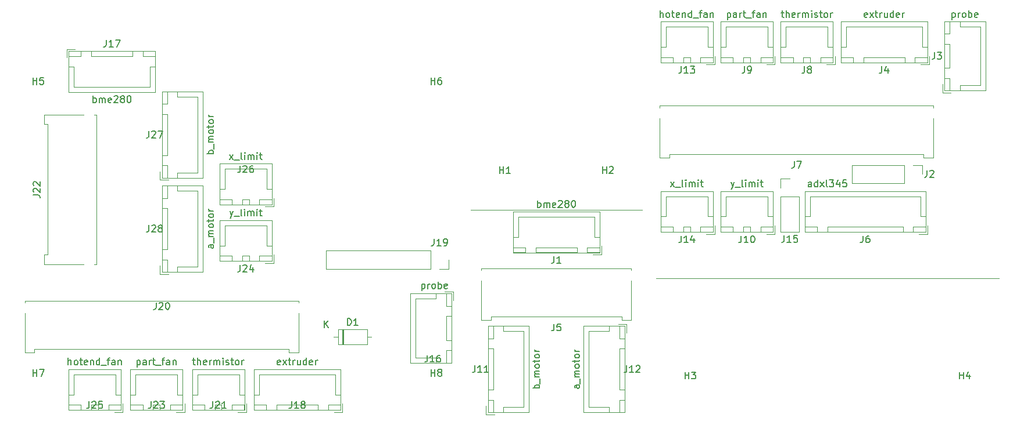
<source format=gbr>
%TF.GenerationSoftware,KiCad,Pcbnew,(5.1.9)-1*%
%TF.CreationDate,2021-02-21T18:32:43+01:00*%
%TF.ProjectId,voron2_pcb,766f726f-6e32-45f7-9063-622e6b696361,rev?*%
%TF.SameCoordinates,Original*%
%TF.FileFunction,Legend,Top*%
%TF.FilePolarity,Positive*%
%FSLAX46Y46*%
G04 Gerber Fmt 4.6, Leading zero omitted, Abs format (unit mm)*
G04 Created by KiCad (PCBNEW (5.1.9)-1) date 2021-02-21 18:32:43*
%MOMM*%
%LPD*%
G01*
G04 APERTURE LIST*
%ADD10C,0.120000*%
%ADD11C,0.150000*%
G04 APERTURE END LIST*
D10*
X113000000Y-55000000D02*
X163000000Y-55000000D01*
X111000000Y-45000000D02*
X86000000Y-45000000D01*
%TO.C,J28*%
X40750000Y-54350000D02*
X42000000Y-54350000D01*
X40750000Y-53100000D02*
X40750000Y-54350000D01*
X46250000Y-42200000D02*
X46250000Y-47750000D01*
X43300000Y-42200000D02*
X46250000Y-42200000D01*
X43300000Y-41450000D02*
X43300000Y-42200000D01*
X46250000Y-53300000D02*
X46250000Y-47750000D01*
X43300000Y-53300000D02*
X46250000Y-53300000D01*
X43300000Y-54050000D02*
X43300000Y-53300000D01*
X41050000Y-41450000D02*
X41050000Y-43250000D01*
X41800000Y-41450000D02*
X41050000Y-41450000D01*
X41800000Y-43250000D02*
X41800000Y-41450000D01*
X41050000Y-43250000D02*
X41800000Y-43250000D01*
X41050000Y-52250000D02*
X41050000Y-54050000D01*
X41800000Y-52250000D02*
X41050000Y-52250000D01*
X41800000Y-54050000D02*
X41800000Y-52250000D01*
X41050000Y-54050000D02*
X41800000Y-54050000D01*
X41050000Y-44750000D02*
X41050000Y-50750000D01*
X41800000Y-44750000D02*
X41050000Y-44750000D01*
X41800000Y-50750000D02*
X41800000Y-44750000D01*
X41050000Y-50750000D02*
X41800000Y-50750000D01*
X41040000Y-41440000D02*
X41040000Y-54060000D01*
X47010000Y-41440000D02*
X41040000Y-41440000D01*
X47010000Y-54060000D02*
X47010000Y-41440000D01*
X41040000Y-54060000D02*
X47010000Y-54060000D01*
%TO.C,J27*%
X40750000Y-40600000D02*
X42000000Y-40600000D01*
X40750000Y-39350000D02*
X40750000Y-40600000D01*
X46250000Y-28450000D02*
X46250000Y-34000000D01*
X43300000Y-28450000D02*
X46250000Y-28450000D01*
X43300000Y-27700000D02*
X43300000Y-28450000D01*
X46250000Y-39550000D02*
X46250000Y-34000000D01*
X43300000Y-39550000D02*
X46250000Y-39550000D01*
X43300000Y-40300000D02*
X43300000Y-39550000D01*
X41050000Y-27700000D02*
X41050000Y-29500000D01*
X41800000Y-27700000D02*
X41050000Y-27700000D01*
X41800000Y-29500000D02*
X41800000Y-27700000D01*
X41050000Y-29500000D02*
X41800000Y-29500000D01*
X41050000Y-38500000D02*
X41050000Y-40300000D01*
X41800000Y-38500000D02*
X41050000Y-38500000D01*
X41800000Y-40300000D02*
X41800000Y-38500000D01*
X41050000Y-40300000D02*
X41800000Y-40300000D01*
X41050000Y-31000000D02*
X41050000Y-37000000D01*
X41800000Y-31000000D02*
X41050000Y-31000000D01*
X41800000Y-37000000D02*
X41800000Y-31000000D01*
X41050000Y-37000000D02*
X41800000Y-37000000D01*
X41040000Y-27690000D02*
X41040000Y-40310000D01*
X47010000Y-27690000D02*
X41040000Y-27690000D01*
X47010000Y-40310000D02*
X47010000Y-27690000D01*
X41040000Y-40310000D02*
X47010000Y-40310000D01*
%TO.C,J26*%
X57350000Y-44500000D02*
X57350000Y-43250000D01*
X56100000Y-44500000D02*
X57350000Y-44500000D01*
X50200000Y-39000000D02*
X53250000Y-39000000D01*
X50200000Y-41950000D02*
X50200000Y-39000000D01*
X49450000Y-41950000D02*
X50200000Y-41950000D01*
X56300000Y-39000000D02*
X53250000Y-39000000D01*
X56300000Y-41950000D02*
X56300000Y-39000000D01*
X57050000Y-41950000D02*
X56300000Y-41950000D01*
X49450000Y-44200000D02*
X51250000Y-44200000D01*
X49450000Y-43450000D02*
X49450000Y-44200000D01*
X51250000Y-43450000D02*
X49450000Y-43450000D01*
X51250000Y-44200000D02*
X51250000Y-43450000D01*
X55250000Y-44200000D02*
X57050000Y-44200000D01*
X55250000Y-43450000D02*
X55250000Y-44200000D01*
X57050000Y-43450000D02*
X55250000Y-43450000D01*
X57050000Y-44200000D02*
X57050000Y-43450000D01*
X52750000Y-44200000D02*
X53750000Y-44200000D01*
X52750000Y-43450000D02*
X52750000Y-44200000D01*
X53750000Y-43450000D02*
X52750000Y-43450000D01*
X53750000Y-44200000D02*
X53750000Y-43450000D01*
X49440000Y-44210000D02*
X57060000Y-44210000D01*
X49440000Y-38240000D02*
X49440000Y-44210000D01*
X57060000Y-38240000D02*
X49440000Y-38240000D01*
X57060000Y-44210000D02*
X57060000Y-38240000D01*
%TO.C,J25*%
X35350000Y-74500000D02*
X35350000Y-73250000D01*
X34100000Y-74500000D02*
X35350000Y-74500000D01*
X28200000Y-69000000D02*
X31250000Y-69000000D01*
X28200000Y-71950000D02*
X28200000Y-69000000D01*
X27450000Y-71950000D02*
X28200000Y-71950000D01*
X34300000Y-69000000D02*
X31250000Y-69000000D01*
X34300000Y-71950000D02*
X34300000Y-69000000D01*
X35050000Y-71950000D02*
X34300000Y-71950000D01*
X27450000Y-74200000D02*
X29250000Y-74200000D01*
X27450000Y-73450000D02*
X27450000Y-74200000D01*
X29250000Y-73450000D02*
X27450000Y-73450000D01*
X29250000Y-74200000D02*
X29250000Y-73450000D01*
X33250000Y-74200000D02*
X35050000Y-74200000D01*
X33250000Y-73450000D02*
X33250000Y-74200000D01*
X35050000Y-73450000D02*
X33250000Y-73450000D01*
X35050000Y-74200000D02*
X35050000Y-73450000D01*
X30750000Y-74200000D02*
X31750000Y-74200000D01*
X30750000Y-73450000D02*
X30750000Y-74200000D01*
X31750000Y-73450000D02*
X30750000Y-73450000D01*
X31750000Y-74200000D02*
X31750000Y-73450000D01*
X27440000Y-74210000D02*
X35060000Y-74210000D01*
X27440000Y-68240000D02*
X27440000Y-74210000D01*
X35060000Y-68240000D02*
X27440000Y-68240000D01*
X35060000Y-74210000D02*
X35060000Y-68240000D01*
%TO.C,J24*%
X57350000Y-52750000D02*
X57350000Y-51500000D01*
X56100000Y-52750000D02*
X57350000Y-52750000D01*
X50200000Y-47250000D02*
X53250000Y-47250000D01*
X50200000Y-50200000D02*
X50200000Y-47250000D01*
X49450000Y-50200000D02*
X50200000Y-50200000D01*
X56300000Y-47250000D02*
X53250000Y-47250000D01*
X56300000Y-50200000D02*
X56300000Y-47250000D01*
X57050000Y-50200000D02*
X56300000Y-50200000D01*
X49450000Y-52450000D02*
X51250000Y-52450000D01*
X49450000Y-51700000D02*
X49450000Y-52450000D01*
X51250000Y-51700000D02*
X49450000Y-51700000D01*
X51250000Y-52450000D02*
X51250000Y-51700000D01*
X55250000Y-52450000D02*
X57050000Y-52450000D01*
X55250000Y-51700000D02*
X55250000Y-52450000D01*
X57050000Y-51700000D02*
X55250000Y-51700000D01*
X57050000Y-52450000D02*
X57050000Y-51700000D01*
X52750000Y-52450000D02*
X53750000Y-52450000D01*
X52750000Y-51700000D02*
X52750000Y-52450000D01*
X53750000Y-51700000D02*
X52750000Y-51700000D01*
X53750000Y-52450000D02*
X53750000Y-51700000D01*
X49440000Y-52460000D02*
X57060000Y-52460000D01*
X49440000Y-46490000D02*
X49440000Y-52460000D01*
X57060000Y-46490000D02*
X49440000Y-46490000D01*
X57060000Y-52460000D02*
X57060000Y-46490000D01*
%TO.C,J23*%
X44350000Y-74500000D02*
X44350000Y-73250000D01*
X43100000Y-74500000D02*
X44350000Y-74500000D01*
X37200000Y-69000000D02*
X40250000Y-69000000D01*
X37200000Y-71950000D02*
X37200000Y-69000000D01*
X36450000Y-71950000D02*
X37200000Y-71950000D01*
X43300000Y-69000000D02*
X40250000Y-69000000D01*
X43300000Y-71950000D02*
X43300000Y-69000000D01*
X44050000Y-71950000D02*
X43300000Y-71950000D01*
X36450000Y-74200000D02*
X38250000Y-74200000D01*
X36450000Y-73450000D02*
X36450000Y-74200000D01*
X38250000Y-73450000D02*
X36450000Y-73450000D01*
X38250000Y-74200000D02*
X38250000Y-73450000D01*
X42250000Y-74200000D02*
X44050000Y-74200000D01*
X42250000Y-73450000D02*
X42250000Y-74200000D01*
X44050000Y-73450000D02*
X42250000Y-73450000D01*
X44050000Y-74200000D02*
X44050000Y-73450000D01*
X39750000Y-74200000D02*
X40750000Y-74200000D01*
X39750000Y-73450000D02*
X39750000Y-74200000D01*
X40750000Y-73450000D02*
X39750000Y-73450000D01*
X40750000Y-74200000D02*
X40750000Y-73450000D01*
X36440000Y-74210000D02*
X44060000Y-74210000D01*
X36440000Y-68240000D02*
X36440000Y-74210000D01*
X44060000Y-68240000D02*
X36440000Y-68240000D01*
X44060000Y-74210000D02*
X44060000Y-68240000D01*
%TO.C,J22*%
X23920000Y-31065000D02*
X29680000Y-31065000D01*
X23920000Y-32485000D02*
X23920000Y-31065000D01*
X24420000Y-32485000D02*
X23920000Y-32485000D01*
X24420000Y-51515000D02*
X24420000Y-32485000D01*
X23920000Y-51515000D02*
X24420000Y-51515000D01*
X23920000Y-52935000D02*
X23920000Y-51515000D01*
X29680000Y-52935000D02*
X23920000Y-52935000D01*
X31510000Y-31065000D02*
X31200000Y-31065000D01*
X31510000Y-52935000D02*
X31510000Y-31065000D01*
X31200000Y-52935000D02*
X31510000Y-52935000D01*
%TO.C,J21*%
X53350000Y-74500000D02*
X53350000Y-73250000D01*
X52100000Y-74500000D02*
X53350000Y-74500000D01*
X46200000Y-69000000D02*
X49250000Y-69000000D01*
X46200000Y-71950000D02*
X46200000Y-69000000D01*
X45450000Y-71950000D02*
X46200000Y-71950000D01*
X52300000Y-69000000D02*
X49250000Y-69000000D01*
X52300000Y-71950000D02*
X52300000Y-69000000D01*
X53050000Y-71950000D02*
X52300000Y-71950000D01*
X45450000Y-74200000D02*
X47250000Y-74200000D01*
X45450000Y-73450000D02*
X45450000Y-74200000D01*
X47250000Y-73450000D02*
X45450000Y-73450000D01*
X47250000Y-74200000D02*
X47250000Y-73450000D01*
X51250000Y-74200000D02*
X53050000Y-74200000D01*
X51250000Y-73450000D02*
X51250000Y-74200000D01*
X53050000Y-73450000D02*
X51250000Y-73450000D01*
X53050000Y-74200000D02*
X53050000Y-73450000D01*
X48750000Y-74200000D02*
X49750000Y-74200000D01*
X48750000Y-73450000D02*
X48750000Y-74200000D01*
X49750000Y-73450000D02*
X48750000Y-73450000D01*
X49750000Y-74200000D02*
X49750000Y-73450000D01*
X45440000Y-74210000D02*
X53060000Y-74210000D01*
X45440000Y-68240000D02*
X45440000Y-74210000D01*
X53060000Y-68240000D02*
X45440000Y-68240000D01*
X53060000Y-74210000D02*
X53060000Y-68240000D01*
%TO.C,J20*%
X21065000Y-65830000D02*
X21065000Y-60070000D01*
X22485000Y-65830000D02*
X21065000Y-65830000D01*
X22485000Y-65330000D02*
X22485000Y-65830000D01*
X59515000Y-65330000D02*
X22485000Y-65330000D01*
X59515000Y-65830000D02*
X59515000Y-65330000D01*
X60935000Y-65830000D02*
X59515000Y-65830000D01*
X60935000Y-60070000D02*
X60935000Y-65830000D01*
X21065000Y-58240000D02*
X21065000Y-58550000D01*
X60935000Y-58240000D02*
X21065000Y-58240000D01*
X60935000Y-58550000D02*
X60935000Y-58240000D01*
%TO.C,J19*%
X82830000Y-52250000D02*
X82830000Y-53580000D01*
X82830000Y-53580000D02*
X81500000Y-53580000D01*
X80230000Y-53580000D02*
X64930000Y-53580000D01*
X64930000Y-50920000D02*
X64930000Y-53580000D01*
X80230000Y-50920000D02*
X64930000Y-50920000D01*
X80230000Y-50920000D02*
X80230000Y-53580000D01*
%TO.C,J18*%
X67350000Y-74500000D02*
X67350000Y-73250000D01*
X66100000Y-74500000D02*
X67350000Y-74500000D01*
X55200000Y-69000000D02*
X60750000Y-69000000D01*
X55200000Y-71950000D02*
X55200000Y-69000000D01*
X54450000Y-71950000D02*
X55200000Y-71950000D01*
X66300000Y-69000000D02*
X60750000Y-69000000D01*
X66300000Y-71950000D02*
X66300000Y-69000000D01*
X67050000Y-71950000D02*
X66300000Y-71950000D01*
X54450000Y-74200000D02*
X56250000Y-74200000D01*
X54450000Y-73450000D02*
X54450000Y-74200000D01*
X56250000Y-73450000D02*
X54450000Y-73450000D01*
X56250000Y-74200000D02*
X56250000Y-73450000D01*
X65250000Y-74200000D02*
X67050000Y-74200000D01*
X65250000Y-73450000D02*
X65250000Y-74200000D01*
X67050000Y-73450000D02*
X65250000Y-73450000D01*
X67050000Y-74200000D02*
X67050000Y-73450000D01*
X57750000Y-74200000D02*
X63750000Y-74200000D01*
X57750000Y-73450000D02*
X57750000Y-74200000D01*
X63750000Y-73450000D02*
X57750000Y-73450000D01*
X63750000Y-74200000D02*
X63750000Y-73450000D01*
X54440000Y-74210000D02*
X67060000Y-74210000D01*
X54440000Y-68240000D02*
X54440000Y-74210000D01*
X67060000Y-68240000D02*
X54440000Y-68240000D01*
X67060000Y-74210000D02*
X67060000Y-68240000D01*
%TO.C,J17*%
X27150000Y-21500000D02*
X27150000Y-22750000D01*
X28400000Y-21500000D02*
X27150000Y-21500000D01*
X39300000Y-27000000D02*
X33750000Y-27000000D01*
X39300000Y-24050000D02*
X39300000Y-27000000D01*
X40050000Y-24050000D02*
X39300000Y-24050000D01*
X28200000Y-27000000D02*
X33750000Y-27000000D01*
X28200000Y-24050000D02*
X28200000Y-27000000D01*
X27450000Y-24050000D02*
X28200000Y-24050000D01*
X40050000Y-21800000D02*
X38250000Y-21800000D01*
X40050000Y-22550000D02*
X40050000Y-21800000D01*
X38250000Y-22550000D02*
X40050000Y-22550000D01*
X38250000Y-21800000D02*
X38250000Y-22550000D01*
X29250000Y-21800000D02*
X27450000Y-21800000D01*
X29250000Y-22550000D02*
X29250000Y-21800000D01*
X27450000Y-22550000D02*
X29250000Y-22550000D01*
X27450000Y-21800000D02*
X27450000Y-22550000D01*
X36750000Y-21800000D02*
X30750000Y-21800000D01*
X36750000Y-22550000D02*
X36750000Y-21800000D01*
X30750000Y-22550000D02*
X36750000Y-22550000D01*
X30750000Y-21800000D02*
X30750000Y-22550000D01*
X40060000Y-21790000D02*
X27440000Y-21790000D01*
X40060000Y-27760000D02*
X40060000Y-21790000D01*
X27440000Y-27760000D02*
X40060000Y-27760000D01*
X27440000Y-21790000D02*
X27440000Y-27760000D01*
%TO.C,J16*%
X83500000Y-56900000D02*
X82250000Y-56900000D01*
X83500000Y-58150000D02*
X83500000Y-56900000D01*
X78000000Y-66550000D02*
X78000000Y-62250000D01*
X80950000Y-66550000D02*
X78000000Y-66550000D01*
X80950000Y-67300000D02*
X80950000Y-66550000D01*
X78000000Y-57950000D02*
X78000000Y-62250000D01*
X80950000Y-57950000D02*
X78000000Y-57950000D01*
X80950000Y-57200000D02*
X80950000Y-57950000D01*
X83200000Y-67300000D02*
X83200000Y-65500000D01*
X82450000Y-67300000D02*
X83200000Y-67300000D01*
X82450000Y-65500000D02*
X82450000Y-67300000D01*
X83200000Y-65500000D02*
X82450000Y-65500000D01*
X83200000Y-59000000D02*
X83200000Y-57200000D01*
X82450000Y-59000000D02*
X83200000Y-59000000D01*
X82450000Y-57200000D02*
X82450000Y-59000000D01*
X83200000Y-57200000D02*
X82450000Y-57200000D01*
X83200000Y-64000000D02*
X83200000Y-60500000D01*
X82450000Y-64000000D02*
X83200000Y-64000000D01*
X82450000Y-60500000D02*
X82450000Y-64000000D01*
X83200000Y-60500000D02*
X82450000Y-60500000D01*
X83210000Y-67310000D02*
X83210000Y-57190000D01*
X77240000Y-67310000D02*
X83210000Y-67310000D01*
X77240000Y-57190000D02*
X77240000Y-67310000D01*
X83210000Y-57190000D02*
X77240000Y-57190000D01*
%TO.C,J15*%
X131170000Y-40420000D02*
X132500000Y-40420000D01*
X131170000Y-41750000D02*
X131170000Y-40420000D01*
X131170000Y-43020000D02*
X133830000Y-43020000D01*
X133830000Y-43020000D02*
X133830000Y-48160000D01*
X131170000Y-43020000D02*
X131170000Y-48160000D01*
X131170000Y-48160000D02*
X133830000Y-48160000D01*
%TO.C,J14*%
X121600000Y-48500000D02*
X121600000Y-47250000D01*
X120350000Y-48500000D02*
X121600000Y-48500000D01*
X114450000Y-43000000D02*
X117500000Y-43000000D01*
X114450000Y-45950000D02*
X114450000Y-43000000D01*
X113700000Y-45950000D02*
X114450000Y-45950000D01*
X120550000Y-43000000D02*
X117500000Y-43000000D01*
X120550000Y-45950000D02*
X120550000Y-43000000D01*
X121300000Y-45950000D02*
X120550000Y-45950000D01*
X113700000Y-48200000D02*
X115500000Y-48200000D01*
X113700000Y-47450000D02*
X113700000Y-48200000D01*
X115500000Y-47450000D02*
X113700000Y-47450000D01*
X115500000Y-48200000D02*
X115500000Y-47450000D01*
X119500000Y-48200000D02*
X121300000Y-48200000D01*
X119500000Y-47450000D02*
X119500000Y-48200000D01*
X121300000Y-47450000D02*
X119500000Y-47450000D01*
X121300000Y-48200000D02*
X121300000Y-47450000D01*
X117000000Y-48200000D02*
X118000000Y-48200000D01*
X117000000Y-47450000D02*
X117000000Y-48200000D01*
X118000000Y-47450000D02*
X117000000Y-47450000D01*
X118000000Y-48200000D02*
X118000000Y-47450000D01*
X113690000Y-48210000D02*
X121310000Y-48210000D01*
X113690000Y-42240000D02*
X113690000Y-48210000D01*
X121310000Y-42240000D02*
X113690000Y-42240000D01*
X121310000Y-48210000D02*
X121310000Y-42240000D01*
%TO.C,J13*%
X121600000Y-23750000D02*
X121600000Y-22500000D01*
X120350000Y-23750000D02*
X121600000Y-23750000D01*
X114450000Y-18250000D02*
X117500000Y-18250000D01*
X114450000Y-21200000D02*
X114450000Y-18250000D01*
X113700000Y-21200000D02*
X114450000Y-21200000D01*
X120550000Y-18250000D02*
X117500000Y-18250000D01*
X120550000Y-21200000D02*
X120550000Y-18250000D01*
X121300000Y-21200000D02*
X120550000Y-21200000D01*
X113700000Y-23450000D02*
X115500000Y-23450000D01*
X113700000Y-22700000D02*
X113700000Y-23450000D01*
X115500000Y-22700000D02*
X113700000Y-22700000D01*
X115500000Y-23450000D02*
X115500000Y-22700000D01*
X119500000Y-23450000D02*
X121300000Y-23450000D01*
X119500000Y-22700000D02*
X119500000Y-23450000D01*
X121300000Y-22700000D02*
X119500000Y-22700000D01*
X121300000Y-23450000D02*
X121300000Y-22700000D01*
X117000000Y-23450000D02*
X118000000Y-23450000D01*
X117000000Y-22700000D02*
X117000000Y-23450000D01*
X118000000Y-22700000D02*
X117000000Y-22700000D01*
X118000000Y-23450000D02*
X118000000Y-22700000D01*
X113690000Y-23460000D02*
X121310000Y-23460000D01*
X113690000Y-17490000D02*
X113690000Y-23460000D01*
X121310000Y-17490000D02*
X113690000Y-17490000D01*
X121310000Y-23460000D02*
X121310000Y-17490000D01*
%TO.C,J12*%
X108750000Y-61650000D02*
X107500000Y-61650000D01*
X108750000Y-62900000D02*
X108750000Y-61650000D01*
X103250000Y-73800000D02*
X103250000Y-68250000D01*
X106200000Y-73800000D02*
X103250000Y-73800000D01*
X106200000Y-74550000D02*
X106200000Y-73800000D01*
X103250000Y-62700000D02*
X103250000Y-68250000D01*
X106200000Y-62700000D02*
X103250000Y-62700000D01*
X106200000Y-61950000D02*
X106200000Y-62700000D01*
X108450000Y-74550000D02*
X108450000Y-72750000D01*
X107700000Y-74550000D02*
X108450000Y-74550000D01*
X107700000Y-72750000D02*
X107700000Y-74550000D01*
X108450000Y-72750000D02*
X107700000Y-72750000D01*
X108450000Y-63750000D02*
X108450000Y-61950000D01*
X107700000Y-63750000D02*
X108450000Y-63750000D01*
X107700000Y-61950000D02*
X107700000Y-63750000D01*
X108450000Y-61950000D02*
X107700000Y-61950000D01*
X108450000Y-71250000D02*
X108450000Y-65250000D01*
X107700000Y-71250000D02*
X108450000Y-71250000D01*
X107700000Y-65250000D02*
X107700000Y-71250000D01*
X108450000Y-65250000D02*
X107700000Y-65250000D01*
X108460000Y-74560000D02*
X108460000Y-61940000D01*
X102490000Y-74560000D02*
X108460000Y-74560000D01*
X102490000Y-61940000D02*
X102490000Y-74560000D01*
X108460000Y-61940000D02*
X102490000Y-61940000D01*
%TO.C,J11*%
X88250000Y-74850000D02*
X89500000Y-74850000D01*
X88250000Y-73600000D02*
X88250000Y-74850000D01*
X93750000Y-62700000D02*
X93750000Y-68250000D01*
X90800000Y-62700000D02*
X93750000Y-62700000D01*
X90800000Y-61950000D02*
X90800000Y-62700000D01*
X93750000Y-73800000D02*
X93750000Y-68250000D01*
X90800000Y-73800000D02*
X93750000Y-73800000D01*
X90800000Y-74550000D02*
X90800000Y-73800000D01*
X88550000Y-61950000D02*
X88550000Y-63750000D01*
X89300000Y-61950000D02*
X88550000Y-61950000D01*
X89300000Y-63750000D02*
X89300000Y-61950000D01*
X88550000Y-63750000D02*
X89300000Y-63750000D01*
X88550000Y-72750000D02*
X88550000Y-74550000D01*
X89300000Y-72750000D02*
X88550000Y-72750000D01*
X89300000Y-74550000D02*
X89300000Y-72750000D01*
X88550000Y-74550000D02*
X89300000Y-74550000D01*
X88550000Y-65250000D02*
X88550000Y-71250000D01*
X89300000Y-65250000D02*
X88550000Y-65250000D01*
X89300000Y-71250000D02*
X89300000Y-65250000D01*
X88550000Y-71250000D02*
X89300000Y-71250000D01*
X88540000Y-61940000D02*
X88540000Y-74560000D01*
X94510000Y-61940000D02*
X88540000Y-61940000D01*
X94510000Y-74560000D02*
X94510000Y-61940000D01*
X88540000Y-74560000D02*
X94510000Y-74560000D01*
%TO.C,J10*%
X130350000Y-48500000D02*
X130350000Y-47250000D01*
X129100000Y-48500000D02*
X130350000Y-48500000D01*
X123200000Y-43000000D02*
X126250000Y-43000000D01*
X123200000Y-45950000D02*
X123200000Y-43000000D01*
X122450000Y-45950000D02*
X123200000Y-45950000D01*
X129300000Y-43000000D02*
X126250000Y-43000000D01*
X129300000Y-45950000D02*
X129300000Y-43000000D01*
X130050000Y-45950000D02*
X129300000Y-45950000D01*
X122450000Y-48200000D02*
X124250000Y-48200000D01*
X122450000Y-47450000D02*
X122450000Y-48200000D01*
X124250000Y-47450000D02*
X122450000Y-47450000D01*
X124250000Y-48200000D02*
X124250000Y-47450000D01*
X128250000Y-48200000D02*
X130050000Y-48200000D01*
X128250000Y-47450000D02*
X128250000Y-48200000D01*
X130050000Y-47450000D02*
X128250000Y-47450000D01*
X130050000Y-48200000D02*
X130050000Y-47450000D01*
X125750000Y-48200000D02*
X126750000Y-48200000D01*
X125750000Y-47450000D02*
X125750000Y-48200000D01*
X126750000Y-47450000D02*
X125750000Y-47450000D01*
X126750000Y-48200000D02*
X126750000Y-47450000D01*
X122440000Y-48210000D02*
X130060000Y-48210000D01*
X122440000Y-42240000D02*
X122440000Y-48210000D01*
X130060000Y-42240000D02*
X122440000Y-42240000D01*
X130060000Y-48210000D02*
X130060000Y-42240000D01*
%TO.C,J9*%
X130350000Y-23750000D02*
X130350000Y-22500000D01*
X129100000Y-23750000D02*
X130350000Y-23750000D01*
X123200000Y-18250000D02*
X126250000Y-18250000D01*
X123200000Y-21200000D02*
X123200000Y-18250000D01*
X122450000Y-21200000D02*
X123200000Y-21200000D01*
X129300000Y-18250000D02*
X126250000Y-18250000D01*
X129300000Y-21200000D02*
X129300000Y-18250000D01*
X130050000Y-21200000D02*
X129300000Y-21200000D01*
X122450000Y-23450000D02*
X124250000Y-23450000D01*
X122450000Y-22700000D02*
X122450000Y-23450000D01*
X124250000Y-22700000D02*
X122450000Y-22700000D01*
X124250000Y-23450000D02*
X124250000Y-22700000D01*
X128250000Y-23450000D02*
X130050000Y-23450000D01*
X128250000Y-22700000D02*
X128250000Y-23450000D01*
X130050000Y-22700000D02*
X128250000Y-22700000D01*
X130050000Y-23450000D02*
X130050000Y-22700000D01*
X125750000Y-23450000D02*
X126750000Y-23450000D01*
X125750000Y-22700000D02*
X125750000Y-23450000D01*
X126750000Y-22700000D02*
X125750000Y-22700000D01*
X126750000Y-23450000D02*
X126750000Y-22700000D01*
X122440000Y-23460000D02*
X130060000Y-23460000D01*
X122440000Y-17490000D02*
X122440000Y-23460000D01*
X130060000Y-17490000D02*
X122440000Y-17490000D01*
X130060000Y-23460000D02*
X130060000Y-17490000D01*
%TO.C,J8*%
X139100000Y-23750000D02*
X139100000Y-22500000D01*
X137850000Y-23750000D02*
X139100000Y-23750000D01*
X131950000Y-18250000D02*
X135000000Y-18250000D01*
X131950000Y-21200000D02*
X131950000Y-18250000D01*
X131200000Y-21200000D02*
X131950000Y-21200000D01*
X138050000Y-18250000D02*
X135000000Y-18250000D01*
X138050000Y-21200000D02*
X138050000Y-18250000D01*
X138800000Y-21200000D02*
X138050000Y-21200000D01*
X131200000Y-23450000D02*
X133000000Y-23450000D01*
X131200000Y-22700000D02*
X131200000Y-23450000D01*
X133000000Y-22700000D02*
X131200000Y-22700000D01*
X133000000Y-23450000D02*
X133000000Y-22700000D01*
X137000000Y-23450000D02*
X138800000Y-23450000D01*
X137000000Y-22700000D02*
X137000000Y-23450000D01*
X138800000Y-22700000D02*
X137000000Y-22700000D01*
X138800000Y-23450000D02*
X138800000Y-22700000D01*
X134500000Y-23450000D02*
X135500000Y-23450000D01*
X134500000Y-22700000D02*
X134500000Y-23450000D01*
X135500000Y-22700000D02*
X134500000Y-22700000D01*
X135500000Y-23450000D02*
X135500000Y-22700000D01*
X131190000Y-23460000D02*
X138810000Y-23460000D01*
X131190000Y-17490000D02*
X131190000Y-23460000D01*
X138810000Y-17490000D02*
X131190000Y-17490000D01*
X138810000Y-23460000D02*
X138810000Y-17490000D01*
%TO.C,J7*%
X113565000Y-37330000D02*
X113565000Y-31570000D01*
X114985000Y-37330000D02*
X113565000Y-37330000D01*
X114985000Y-36830000D02*
X114985000Y-37330000D01*
X152015000Y-36830000D02*
X114985000Y-36830000D01*
X152015000Y-37330000D02*
X152015000Y-36830000D01*
X153435000Y-37330000D02*
X152015000Y-37330000D01*
X153435000Y-31570000D02*
X153435000Y-37330000D01*
X113565000Y-29740000D02*
X113565000Y-30050000D01*
X153435000Y-29740000D02*
X113565000Y-29740000D01*
X153435000Y-30050000D02*
X153435000Y-29740000D01*
%TO.C,J6*%
X152600000Y-48500000D02*
X152600000Y-47250000D01*
X151350000Y-48500000D02*
X152600000Y-48500000D01*
X135450000Y-43000000D02*
X143500000Y-43000000D01*
X135450000Y-45950000D02*
X135450000Y-43000000D01*
X134700000Y-45950000D02*
X135450000Y-45950000D01*
X151550000Y-43000000D02*
X143500000Y-43000000D01*
X151550000Y-45950000D02*
X151550000Y-43000000D01*
X152300000Y-45950000D02*
X151550000Y-45950000D01*
X134700000Y-48200000D02*
X136500000Y-48200000D01*
X134700000Y-47450000D02*
X134700000Y-48200000D01*
X136500000Y-47450000D02*
X134700000Y-47450000D01*
X136500000Y-48200000D02*
X136500000Y-47450000D01*
X150500000Y-48200000D02*
X152300000Y-48200000D01*
X150500000Y-47450000D02*
X150500000Y-48200000D01*
X152300000Y-47450000D02*
X150500000Y-47450000D01*
X152300000Y-48200000D02*
X152300000Y-47450000D01*
X138000000Y-48200000D02*
X149000000Y-48200000D01*
X138000000Y-47450000D02*
X138000000Y-48200000D01*
X149000000Y-47450000D02*
X138000000Y-47450000D01*
X149000000Y-48200000D02*
X149000000Y-47450000D01*
X134690000Y-48210000D02*
X152310000Y-48210000D01*
X134690000Y-42240000D02*
X134690000Y-48210000D01*
X152310000Y-42240000D02*
X134690000Y-42240000D01*
X152310000Y-48210000D02*
X152310000Y-42240000D01*
%TO.C,J5*%
X87565000Y-61080000D02*
X87565000Y-55320000D01*
X88985000Y-61080000D02*
X87565000Y-61080000D01*
X88985000Y-60580000D02*
X88985000Y-61080000D01*
X108015000Y-60580000D02*
X88985000Y-60580000D01*
X108015000Y-61080000D02*
X108015000Y-60580000D01*
X109435000Y-61080000D02*
X108015000Y-61080000D01*
X109435000Y-55320000D02*
X109435000Y-61080000D01*
X87565000Y-53490000D02*
X87565000Y-53800000D01*
X109435000Y-53490000D02*
X87565000Y-53490000D01*
X109435000Y-53800000D02*
X109435000Y-53490000D01*
%TO.C,J4*%
X152850000Y-23750000D02*
X152850000Y-22500000D01*
X151600000Y-23750000D02*
X152850000Y-23750000D01*
X140700000Y-18250000D02*
X146250000Y-18250000D01*
X140700000Y-21200000D02*
X140700000Y-18250000D01*
X139950000Y-21200000D02*
X140700000Y-21200000D01*
X151800000Y-18250000D02*
X146250000Y-18250000D01*
X151800000Y-21200000D02*
X151800000Y-18250000D01*
X152550000Y-21200000D02*
X151800000Y-21200000D01*
X139950000Y-23450000D02*
X141750000Y-23450000D01*
X139950000Y-22700000D02*
X139950000Y-23450000D01*
X141750000Y-22700000D02*
X139950000Y-22700000D01*
X141750000Y-23450000D02*
X141750000Y-22700000D01*
X150750000Y-23450000D02*
X152550000Y-23450000D01*
X150750000Y-22700000D02*
X150750000Y-23450000D01*
X152550000Y-22700000D02*
X150750000Y-22700000D01*
X152550000Y-23450000D02*
X152550000Y-22700000D01*
X143250000Y-23450000D02*
X149250000Y-23450000D01*
X143250000Y-22700000D02*
X143250000Y-23450000D01*
X149250000Y-22700000D02*
X143250000Y-22700000D01*
X149250000Y-23450000D02*
X149250000Y-22700000D01*
X139940000Y-23460000D02*
X152560000Y-23460000D01*
X139940000Y-17490000D02*
X139940000Y-23460000D01*
X152560000Y-17490000D02*
X139940000Y-17490000D01*
X152560000Y-23460000D02*
X152560000Y-17490000D01*
%TO.C,J3*%
X154750000Y-27850000D02*
X156000000Y-27850000D01*
X154750000Y-26600000D02*
X154750000Y-27850000D01*
X160250000Y-18200000D02*
X160250000Y-22500000D01*
X157300000Y-18200000D02*
X160250000Y-18200000D01*
X157300000Y-17450000D02*
X157300000Y-18200000D01*
X160250000Y-26800000D02*
X160250000Y-22500000D01*
X157300000Y-26800000D02*
X160250000Y-26800000D01*
X157300000Y-27550000D02*
X157300000Y-26800000D01*
X155050000Y-17450000D02*
X155050000Y-19250000D01*
X155800000Y-17450000D02*
X155050000Y-17450000D01*
X155800000Y-19250000D02*
X155800000Y-17450000D01*
X155050000Y-19250000D02*
X155800000Y-19250000D01*
X155050000Y-25750000D02*
X155050000Y-27550000D01*
X155800000Y-25750000D02*
X155050000Y-25750000D01*
X155800000Y-27550000D02*
X155800000Y-25750000D01*
X155050000Y-27550000D02*
X155800000Y-27550000D01*
X155050000Y-20750000D02*
X155050000Y-24250000D01*
X155800000Y-20750000D02*
X155050000Y-20750000D01*
X155800000Y-24250000D02*
X155800000Y-20750000D01*
X155050000Y-24250000D02*
X155800000Y-24250000D01*
X155040000Y-17440000D02*
X155040000Y-27560000D01*
X161010000Y-17440000D02*
X155040000Y-17440000D01*
X161010000Y-27560000D02*
X161010000Y-17440000D01*
X155040000Y-27560000D02*
X161010000Y-27560000D01*
%TO.C,J2*%
X151830000Y-38420000D02*
X151830000Y-39750000D01*
X150500000Y-38420000D02*
X151830000Y-38420000D01*
X149230000Y-38420000D02*
X149230000Y-41080000D01*
X149230000Y-41080000D02*
X141550000Y-41080000D01*
X149230000Y-38420000D02*
X141550000Y-38420000D01*
X141550000Y-38420000D02*
X141550000Y-41080000D01*
%TO.C,J1*%
X105100000Y-51500000D02*
X105100000Y-50250000D01*
X103850000Y-51500000D02*
X105100000Y-51500000D01*
X92950000Y-46000000D02*
X98500000Y-46000000D01*
X92950000Y-48950000D02*
X92950000Y-46000000D01*
X92200000Y-48950000D02*
X92950000Y-48950000D01*
X104050000Y-46000000D02*
X98500000Y-46000000D01*
X104050000Y-48950000D02*
X104050000Y-46000000D01*
X104800000Y-48950000D02*
X104050000Y-48950000D01*
X92200000Y-51200000D02*
X94000000Y-51200000D01*
X92200000Y-50450000D02*
X92200000Y-51200000D01*
X94000000Y-50450000D02*
X92200000Y-50450000D01*
X94000000Y-51200000D02*
X94000000Y-50450000D01*
X103000000Y-51200000D02*
X104800000Y-51200000D01*
X103000000Y-50450000D02*
X103000000Y-51200000D01*
X104800000Y-50450000D02*
X103000000Y-50450000D01*
X104800000Y-51200000D02*
X104800000Y-50450000D01*
X95500000Y-51200000D02*
X101500000Y-51200000D01*
X95500000Y-50450000D02*
X95500000Y-51200000D01*
X101500000Y-50450000D02*
X95500000Y-50450000D01*
X101500000Y-51200000D02*
X101500000Y-50450000D01*
X92190000Y-51210000D02*
X104810000Y-51210000D01*
X92190000Y-45240000D02*
X92190000Y-51210000D01*
X104810000Y-45240000D02*
X92190000Y-45240000D01*
X104810000Y-51210000D02*
X104810000Y-45240000D01*
%TO.C,D1*%
X67290000Y-62380000D02*
X67290000Y-64620000D01*
X67530000Y-62380000D02*
X67530000Y-64620000D01*
X67410000Y-62380000D02*
X67410000Y-64620000D01*
X71580000Y-63500000D02*
X70930000Y-63500000D01*
X66040000Y-63500000D02*
X66690000Y-63500000D01*
X70930000Y-62380000D02*
X66690000Y-62380000D01*
X70930000Y-64620000D02*
X70930000Y-62380000D01*
X66690000Y-64620000D02*
X70930000Y-64620000D01*
X66690000Y-62380000D02*
X66690000Y-64620000D01*
%TO.C,J28*%
D11*
X39140476Y-47202380D02*
X39140476Y-47916666D01*
X39092857Y-48059523D01*
X38997619Y-48154761D01*
X38854761Y-48202380D01*
X38759523Y-48202380D01*
X39569047Y-47297619D02*
X39616666Y-47250000D01*
X39711904Y-47202380D01*
X39950000Y-47202380D01*
X40045238Y-47250000D01*
X40092857Y-47297619D01*
X40140476Y-47392857D01*
X40140476Y-47488095D01*
X40092857Y-47630952D01*
X39521428Y-48202380D01*
X40140476Y-48202380D01*
X40711904Y-47630952D02*
X40616666Y-47583333D01*
X40569047Y-47535714D01*
X40521428Y-47440476D01*
X40521428Y-47392857D01*
X40569047Y-47297619D01*
X40616666Y-47250000D01*
X40711904Y-47202380D01*
X40902380Y-47202380D01*
X40997619Y-47250000D01*
X41045238Y-47297619D01*
X41092857Y-47392857D01*
X41092857Y-47440476D01*
X41045238Y-47535714D01*
X40997619Y-47583333D01*
X40902380Y-47630952D01*
X40711904Y-47630952D01*
X40616666Y-47678571D01*
X40569047Y-47726190D01*
X40521428Y-47821428D01*
X40521428Y-48011904D01*
X40569047Y-48107142D01*
X40616666Y-48154761D01*
X40711904Y-48202380D01*
X40902380Y-48202380D01*
X40997619Y-48154761D01*
X41045238Y-48107142D01*
X41092857Y-48011904D01*
X41092857Y-47821428D01*
X41045238Y-47726190D01*
X40997619Y-47678571D01*
X40902380Y-47630952D01*
X48552380Y-50083333D02*
X48028571Y-50083333D01*
X47933333Y-50130952D01*
X47885714Y-50226190D01*
X47885714Y-50416666D01*
X47933333Y-50511904D01*
X48504761Y-50083333D02*
X48552380Y-50178571D01*
X48552380Y-50416666D01*
X48504761Y-50511904D01*
X48409523Y-50559523D01*
X48314285Y-50559523D01*
X48219047Y-50511904D01*
X48171428Y-50416666D01*
X48171428Y-50178571D01*
X48123809Y-50083333D01*
X48647619Y-49845238D02*
X48647619Y-49083333D01*
X48552380Y-48845238D02*
X47885714Y-48845238D01*
X47980952Y-48845238D02*
X47933333Y-48797619D01*
X47885714Y-48702380D01*
X47885714Y-48559523D01*
X47933333Y-48464285D01*
X48028571Y-48416666D01*
X48552380Y-48416666D01*
X48028571Y-48416666D02*
X47933333Y-48369047D01*
X47885714Y-48273809D01*
X47885714Y-48130952D01*
X47933333Y-48035714D01*
X48028571Y-47988095D01*
X48552380Y-47988095D01*
X48552380Y-47369047D02*
X48504761Y-47464285D01*
X48457142Y-47511904D01*
X48361904Y-47559523D01*
X48076190Y-47559523D01*
X47980952Y-47511904D01*
X47933333Y-47464285D01*
X47885714Y-47369047D01*
X47885714Y-47226190D01*
X47933333Y-47130952D01*
X47980952Y-47083333D01*
X48076190Y-47035714D01*
X48361904Y-47035714D01*
X48457142Y-47083333D01*
X48504761Y-47130952D01*
X48552380Y-47226190D01*
X48552380Y-47369047D01*
X47885714Y-46750000D02*
X47885714Y-46369047D01*
X47552380Y-46607142D02*
X48409523Y-46607142D01*
X48504761Y-46559523D01*
X48552380Y-46464285D01*
X48552380Y-46369047D01*
X48552380Y-45892857D02*
X48504761Y-45988095D01*
X48457142Y-46035714D01*
X48361904Y-46083333D01*
X48076190Y-46083333D01*
X47980952Y-46035714D01*
X47933333Y-45988095D01*
X47885714Y-45892857D01*
X47885714Y-45750000D01*
X47933333Y-45654761D01*
X47980952Y-45607142D01*
X48076190Y-45559523D01*
X48361904Y-45559523D01*
X48457142Y-45607142D01*
X48504761Y-45654761D01*
X48552380Y-45750000D01*
X48552380Y-45892857D01*
X48552380Y-45130952D02*
X47885714Y-45130952D01*
X48076190Y-45130952D02*
X47980952Y-45083333D01*
X47933333Y-45035714D01*
X47885714Y-44940476D01*
X47885714Y-44845238D01*
%TO.C,J27*%
X39140476Y-33452380D02*
X39140476Y-34166666D01*
X39092857Y-34309523D01*
X38997619Y-34404761D01*
X38854761Y-34452380D01*
X38759523Y-34452380D01*
X39569047Y-33547619D02*
X39616666Y-33500000D01*
X39711904Y-33452380D01*
X39950000Y-33452380D01*
X40045238Y-33500000D01*
X40092857Y-33547619D01*
X40140476Y-33642857D01*
X40140476Y-33738095D01*
X40092857Y-33880952D01*
X39521428Y-34452380D01*
X40140476Y-34452380D01*
X40473809Y-33452380D02*
X41140476Y-33452380D01*
X40711904Y-34452380D01*
X48552380Y-36761904D02*
X47552380Y-36761904D01*
X47933333Y-36761904D02*
X47885714Y-36666666D01*
X47885714Y-36476190D01*
X47933333Y-36380952D01*
X47980952Y-36333333D01*
X48076190Y-36285714D01*
X48361904Y-36285714D01*
X48457142Y-36333333D01*
X48504761Y-36380952D01*
X48552380Y-36476190D01*
X48552380Y-36666666D01*
X48504761Y-36761904D01*
X48647619Y-36095238D02*
X48647619Y-35333333D01*
X48552380Y-35095238D02*
X47885714Y-35095238D01*
X47980952Y-35095238D02*
X47933333Y-35047619D01*
X47885714Y-34952380D01*
X47885714Y-34809523D01*
X47933333Y-34714285D01*
X48028571Y-34666666D01*
X48552380Y-34666666D01*
X48028571Y-34666666D02*
X47933333Y-34619047D01*
X47885714Y-34523809D01*
X47885714Y-34380952D01*
X47933333Y-34285714D01*
X48028571Y-34238095D01*
X48552380Y-34238095D01*
X48552380Y-33619047D02*
X48504761Y-33714285D01*
X48457142Y-33761904D01*
X48361904Y-33809523D01*
X48076190Y-33809523D01*
X47980952Y-33761904D01*
X47933333Y-33714285D01*
X47885714Y-33619047D01*
X47885714Y-33476190D01*
X47933333Y-33380952D01*
X47980952Y-33333333D01*
X48076190Y-33285714D01*
X48361904Y-33285714D01*
X48457142Y-33333333D01*
X48504761Y-33380952D01*
X48552380Y-33476190D01*
X48552380Y-33619047D01*
X47885714Y-33000000D02*
X47885714Y-32619047D01*
X47552380Y-32857142D02*
X48409523Y-32857142D01*
X48504761Y-32809523D01*
X48552380Y-32714285D01*
X48552380Y-32619047D01*
X48552380Y-32142857D02*
X48504761Y-32238095D01*
X48457142Y-32285714D01*
X48361904Y-32333333D01*
X48076190Y-32333333D01*
X47980952Y-32285714D01*
X47933333Y-32238095D01*
X47885714Y-32142857D01*
X47885714Y-32000000D01*
X47933333Y-31904761D01*
X47980952Y-31857142D01*
X48076190Y-31809523D01*
X48361904Y-31809523D01*
X48457142Y-31857142D01*
X48504761Y-31904761D01*
X48552380Y-32000000D01*
X48552380Y-32142857D01*
X48552380Y-31380952D02*
X47885714Y-31380952D01*
X48076190Y-31380952D02*
X47980952Y-31333333D01*
X47933333Y-31285714D01*
X47885714Y-31190476D01*
X47885714Y-31095238D01*
%TO.C,J26*%
X50916666Y-37602380D02*
X51440476Y-36935714D01*
X50916666Y-36935714D02*
X51440476Y-37602380D01*
X51583333Y-37697619D02*
X52345238Y-37697619D01*
X52726190Y-37602380D02*
X52630952Y-37554761D01*
X52583333Y-37459523D01*
X52583333Y-36602380D01*
X53107142Y-37602380D02*
X53107142Y-36935714D01*
X53107142Y-36602380D02*
X53059523Y-36650000D01*
X53107142Y-36697619D01*
X53154761Y-36650000D01*
X53107142Y-36602380D01*
X53107142Y-36697619D01*
X53583333Y-37602380D02*
X53583333Y-36935714D01*
X53583333Y-37030952D02*
X53630952Y-36983333D01*
X53726190Y-36935714D01*
X53869047Y-36935714D01*
X53964285Y-36983333D01*
X54011904Y-37078571D01*
X54011904Y-37602380D01*
X54011904Y-37078571D02*
X54059523Y-36983333D01*
X54154761Y-36935714D01*
X54297619Y-36935714D01*
X54392857Y-36983333D01*
X54440476Y-37078571D01*
X54440476Y-37602380D01*
X54916666Y-37602380D02*
X54916666Y-36935714D01*
X54916666Y-36602380D02*
X54869047Y-36650000D01*
X54916666Y-36697619D01*
X54964285Y-36650000D01*
X54916666Y-36602380D01*
X54916666Y-36697619D01*
X55250000Y-36935714D02*
X55630952Y-36935714D01*
X55392857Y-36602380D02*
X55392857Y-37459523D01*
X55440476Y-37554761D01*
X55535714Y-37602380D01*
X55630952Y-37602380D01*
X52440476Y-38502380D02*
X52440476Y-39216666D01*
X52392857Y-39359523D01*
X52297619Y-39454761D01*
X52154761Y-39502380D01*
X52059523Y-39502380D01*
X52869047Y-38597619D02*
X52916666Y-38550000D01*
X53011904Y-38502380D01*
X53250000Y-38502380D01*
X53345238Y-38550000D01*
X53392857Y-38597619D01*
X53440476Y-38692857D01*
X53440476Y-38788095D01*
X53392857Y-38930952D01*
X52821428Y-39502380D01*
X53440476Y-39502380D01*
X54297619Y-38502380D02*
X54107142Y-38502380D01*
X54011904Y-38550000D01*
X53964285Y-38597619D01*
X53869047Y-38740476D01*
X53821428Y-38930952D01*
X53821428Y-39311904D01*
X53869047Y-39407142D01*
X53916666Y-39454761D01*
X54011904Y-39502380D01*
X54202380Y-39502380D01*
X54297619Y-39454761D01*
X54345238Y-39407142D01*
X54392857Y-39311904D01*
X54392857Y-39073809D01*
X54345238Y-38978571D01*
X54297619Y-38930952D01*
X54202380Y-38883333D01*
X54011904Y-38883333D01*
X53916666Y-38930952D01*
X53869047Y-38978571D01*
X53821428Y-39073809D01*
%TO.C,J25*%
X30440476Y-72952380D02*
X30440476Y-73666666D01*
X30392857Y-73809523D01*
X30297619Y-73904761D01*
X30154761Y-73952380D01*
X30059523Y-73952380D01*
X30869047Y-73047619D02*
X30916666Y-73000000D01*
X31011904Y-72952380D01*
X31250000Y-72952380D01*
X31345238Y-73000000D01*
X31392857Y-73047619D01*
X31440476Y-73142857D01*
X31440476Y-73238095D01*
X31392857Y-73380952D01*
X30821428Y-73952380D01*
X31440476Y-73952380D01*
X32345238Y-72952380D02*
X31869047Y-72952380D01*
X31821428Y-73428571D01*
X31869047Y-73380952D01*
X31964285Y-73333333D01*
X32202380Y-73333333D01*
X32297619Y-73380952D01*
X32345238Y-73428571D01*
X32392857Y-73523809D01*
X32392857Y-73761904D01*
X32345238Y-73857142D01*
X32297619Y-73904761D01*
X32202380Y-73952380D01*
X31964285Y-73952380D01*
X31869047Y-73904761D01*
X31821428Y-73857142D01*
X27392857Y-67602380D02*
X27392857Y-66602380D01*
X27821428Y-67602380D02*
X27821428Y-67078571D01*
X27773809Y-66983333D01*
X27678571Y-66935714D01*
X27535714Y-66935714D01*
X27440476Y-66983333D01*
X27392857Y-67030952D01*
X28440476Y-67602380D02*
X28345238Y-67554761D01*
X28297619Y-67507142D01*
X28250000Y-67411904D01*
X28250000Y-67126190D01*
X28297619Y-67030952D01*
X28345238Y-66983333D01*
X28440476Y-66935714D01*
X28583333Y-66935714D01*
X28678571Y-66983333D01*
X28726190Y-67030952D01*
X28773809Y-67126190D01*
X28773809Y-67411904D01*
X28726190Y-67507142D01*
X28678571Y-67554761D01*
X28583333Y-67602380D01*
X28440476Y-67602380D01*
X29059523Y-66935714D02*
X29440476Y-66935714D01*
X29202380Y-66602380D02*
X29202380Y-67459523D01*
X29250000Y-67554761D01*
X29345238Y-67602380D01*
X29440476Y-67602380D01*
X30154761Y-67554761D02*
X30059523Y-67602380D01*
X29869047Y-67602380D01*
X29773809Y-67554761D01*
X29726190Y-67459523D01*
X29726190Y-67078571D01*
X29773809Y-66983333D01*
X29869047Y-66935714D01*
X30059523Y-66935714D01*
X30154761Y-66983333D01*
X30202380Y-67078571D01*
X30202380Y-67173809D01*
X29726190Y-67269047D01*
X30630952Y-66935714D02*
X30630952Y-67602380D01*
X30630952Y-67030952D02*
X30678571Y-66983333D01*
X30773809Y-66935714D01*
X30916666Y-66935714D01*
X31011904Y-66983333D01*
X31059523Y-67078571D01*
X31059523Y-67602380D01*
X31964285Y-67602380D02*
X31964285Y-66602380D01*
X31964285Y-67554761D02*
X31869047Y-67602380D01*
X31678571Y-67602380D01*
X31583333Y-67554761D01*
X31535714Y-67507142D01*
X31488095Y-67411904D01*
X31488095Y-67126190D01*
X31535714Y-67030952D01*
X31583333Y-66983333D01*
X31678571Y-66935714D01*
X31869047Y-66935714D01*
X31964285Y-66983333D01*
X32202380Y-67697619D02*
X32964285Y-67697619D01*
X33059523Y-66935714D02*
X33440476Y-66935714D01*
X33202380Y-67602380D02*
X33202380Y-66745238D01*
X33250000Y-66650000D01*
X33345238Y-66602380D01*
X33440476Y-66602380D01*
X34202380Y-67602380D02*
X34202380Y-67078571D01*
X34154761Y-66983333D01*
X34059523Y-66935714D01*
X33869047Y-66935714D01*
X33773809Y-66983333D01*
X34202380Y-67554761D02*
X34107142Y-67602380D01*
X33869047Y-67602380D01*
X33773809Y-67554761D01*
X33726190Y-67459523D01*
X33726190Y-67364285D01*
X33773809Y-67269047D01*
X33869047Y-67221428D01*
X34107142Y-67221428D01*
X34202380Y-67173809D01*
X34678571Y-66935714D02*
X34678571Y-67602380D01*
X34678571Y-67030952D02*
X34726190Y-66983333D01*
X34821428Y-66935714D01*
X34964285Y-66935714D01*
X35059523Y-66983333D01*
X35107142Y-67078571D01*
X35107142Y-67602380D01*
%TO.C,J24*%
X52440476Y-53002380D02*
X52440476Y-53716666D01*
X52392857Y-53859523D01*
X52297619Y-53954761D01*
X52154761Y-54002380D01*
X52059523Y-54002380D01*
X52869047Y-53097619D02*
X52916666Y-53050000D01*
X53011904Y-53002380D01*
X53250000Y-53002380D01*
X53345238Y-53050000D01*
X53392857Y-53097619D01*
X53440476Y-53192857D01*
X53440476Y-53288095D01*
X53392857Y-53430952D01*
X52821428Y-54002380D01*
X53440476Y-54002380D01*
X54297619Y-53335714D02*
X54297619Y-54002380D01*
X54059523Y-52954761D02*
X53821428Y-53669047D01*
X54440476Y-53669047D01*
X50940476Y-45185714D02*
X51178571Y-45852380D01*
X51416666Y-45185714D02*
X51178571Y-45852380D01*
X51083333Y-46090476D01*
X51035714Y-46138095D01*
X50940476Y-46185714D01*
X51559523Y-45947619D02*
X52321428Y-45947619D01*
X52702380Y-45852380D02*
X52607142Y-45804761D01*
X52559523Y-45709523D01*
X52559523Y-44852380D01*
X53083333Y-45852380D02*
X53083333Y-45185714D01*
X53083333Y-44852380D02*
X53035714Y-44900000D01*
X53083333Y-44947619D01*
X53130952Y-44900000D01*
X53083333Y-44852380D01*
X53083333Y-44947619D01*
X53559523Y-45852380D02*
X53559523Y-45185714D01*
X53559523Y-45280952D02*
X53607142Y-45233333D01*
X53702380Y-45185714D01*
X53845238Y-45185714D01*
X53940476Y-45233333D01*
X53988095Y-45328571D01*
X53988095Y-45852380D01*
X53988095Y-45328571D02*
X54035714Y-45233333D01*
X54130952Y-45185714D01*
X54273809Y-45185714D01*
X54369047Y-45233333D01*
X54416666Y-45328571D01*
X54416666Y-45852380D01*
X54892857Y-45852380D02*
X54892857Y-45185714D01*
X54892857Y-44852380D02*
X54845238Y-44900000D01*
X54892857Y-44947619D01*
X54940476Y-44900000D01*
X54892857Y-44852380D01*
X54892857Y-44947619D01*
X55226190Y-45185714D02*
X55607142Y-45185714D01*
X55369047Y-44852380D02*
X55369047Y-45709523D01*
X55416666Y-45804761D01*
X55511904Y-45852380D01*
X55607142Y-45852380D01*
%TO.C,J23*%
X39440476Y-72952380D02*
X39440476Y-73666666D01*
X39392857Y-73809523D01*
X39297619Y-73904761D01*
X39154761Y-73952380D01*
X39059523Y-73952380D01*
X39869047Y-73047619D02*
X39916666Y-73000000D01*
X40011904Y-72952380D01*
X40250000Y-72952380D01*
X40345238Y-73000000D01*
X40392857Y-73047619D01*
X40440476Y-73142857D01*
X40440476Y-73238095D01*
X40392857Y-73380952D01*
X39821428Y-73952380D01*
X40440476Y-73952380D01*
X40773809Y-72952380D02*
X41392857Y-72952380D01*
X41059523Y-73333333D01*
X41202380Y-73333333D01*
X41297619Y-73380952D01*
X41345238Y-73428571D01*
X41392857Y-73523809D01*
X41392857Y-73761904D01*
X41345238Y-73857142D01*
X41297619Y-73904761D01*
X41202380Y-73952380D01*
X40916666Y-73952380D01*
X40821428Y-73904761D01*
X40773809Y-73857142D01*
X37416666Y-66935714D02*
X37416666Y-67935714D01*
X37416666Y-66983333D02*
X37511904Y-66935714D01*
X37702380Y-66935714D01*
X37797619Y-66983333D01*
X37845238Y-67030952D01*
X37892857Y-67126190D01*
X37892857Y-67411904D01*
X37845238Y-67507142D01*
X37797619Y-67554761D01*
X37702380Y-67602380D01*
X37511904Y-67602380D01*
X37416666Y-67554761D01*
X38750000Y-67602380D02*
X38750000Y-67078571D01*
X38702380Y-66983333D01*
X38607142Y-66935714D01*
X38416666Y-66935714D01*
X38321428Y-66983333D01*
X38750000Y-67554761D02*
X38654761Y-67602380D01*
X38416666Y-67602380D01*
X38321428Y-67554761D01*
X38273809Y-67459523D01*
X38273809Y-67364285D01*
X38321428Y-67269047D01*
X38416666Y-67221428D01*
X38654761Y-67221428D01*
X38750000Y-67173809D01*
X39226190Y-67602380D02*
X39226190Y-66935714D01*
X39226190Y-67126190D02*
X39273809Y-67030952D01*
X39321428Y-66983333D01*
X39416666Y-66935714D01*
X39511904Y-66935714D01*
X39702380Y-66935714D02*
X40083333Y-66935714D01*
X39845238Y-66602380D02*
X39845238Y-67459523D01*
X39892857Y-67554761D01*
X39988095Y-67602380D01*
X40083333Y-67602380D01*
X40178571Y-67697619D02*
X40940476Y-67697619D01*
X41035714Y-66935714D02*
X41416666Y-66935714D01*
X41178571Y-67602380D02*
X41178571Y-66745238D01*
X41226190Y-66650000D01*
X41321428Y-66602380D01*
X41416666Y-66602380D01*
X42178571Y-67602380D02*
X42178571Y-67078571D01*
X42130952Y-66983333D01*
X42035714Y-66935714D01*
X41845238Y-66935714D01*
X41749999Y-66983333D01*
X42178571Y-67554761D02*
X42083333Y-67602380D01*
X41845238Y-67602380D01*
X41749999Y-67554761D01*
X41702380Y-67459523D01*
X41702380Y-67364285D01*
X41749999Y-67269047D01*
X41845238Y-67221428D01*
X42083333Y-67221428D01*
X42178571Y-67173809D01*
X42654761Y-66935714D02*
X42654761Y-67602380D01*
X42654761Y-67030952D02*
X42702380Y-66983333D01*
X42797619Y-66935714D01*
X42940476Y-66935714D01*
X43035714Y-66983333D01*
X43083333Y-67078571D01*
X43083333Y-67602380D01*
%TO.C,J22*%
X22282380Y-42809523D02*
X22996666Y-42809523D01*
X23139523Y-42857142D01*
X23234761Y-42952380D01*
X23282380Y-43095238D01*
X23282380Y-43190476D01*
X22377619Y-42380952D02*
X22330000Y-42333333D01*
X22282380Y-42238095D01*
X22282380Y-42000000D01*
X22330000Y-41904761D01*
X22377619Y-41857142D01*
X22472857Y-41809523D01*
X22568095Y-41809523D01*
X22710952Y-41857142D01*
X23282380Y-42428571D01*
X23282380Y-41809523D01*
X22377619Y-41428571D02*
X22330000Y-41380952D01*
X22282380Y-41285714D01*
X22282380Y-41047619D01*
X22330000Y-40952380D01*
X22377619Y-40904761D01*
X22472857Y-40857142D01*
X22568095Y-40857142D01*
X22710952Y-40904761D01*
X23282380Y-41476190D01*
X23282380Y-40857142D01*
%TO.C,J21*%
X48440476Y-72952380D02*
X48440476Y-73666666D01*
X48392857Y-73809523D01*
X48297619Y-73904761D01*
X48154761Y-73952380D01*
X48059523Y-73952380D01*
X48869047Y-73047619D02*
X48916666Y-73000000D01*
X49011904Y-72952380D01*
X49250000Y-72952380D01*
X49345238Y-73000000D01*
X49392857Y-73047619D01*
X49440476Y-73142857D01*
X49440476Y-73238095D01*
X49392857Y-73380952D01*
X48821428Y-73952380D01*
X49440476Y-73952380D01*
X50392857Y-73952380D02*
X49821428Y-73952380D01*
X50107142Y-73952380D02*
X50107142Y-72952380D01*
X50011904Y-73095238D01*
X49916666Y-73190476D01*
X49821428Y-73238095D01*
X45511904Y-66935714D02*
X45892857Y-66935714D01*
X45654761Y-66602380D02*
X45654761Y-67459523D01*
X45702380Y-67554761D01*
X45797619Y-67602380D01*
X45892857Y-67602380D01*
X46226190Y-67602380D02*
X46226190Y-66602380D01*
X46654761Y-67602380D02*
X46654761Y-67078571D01*
X46607142Y-66983333D01*
X46511904Y-66935714D01*
X46369047Y-66935714D01*
X46273809Y-66983333D01*
X46226190Y-67030952D01*
X47511904Y-67554761D02*
X47416666Y-67602380D01*
X47226190Y-67602380D01*
X47130952Y-67554761D01*
X47083333Y-67459523D01*
X47083333Y-67078571D01*
X47130952Y-66983333D01*
X47226190Y-66935714D01*
X47416666Y-66935714D01*
X47511904Y-66983333D01*
X47559523Y-67078571D01*
X47559523Y-67173809D01*
X47083333Y-67269047D01*
X47988095Y-67602380D02*
X47988095Y-66935714D01*
X47988095Y-67126190D02*
X48035714Y-67030952D01*
X48083333Y-66983333D01*
X48178571Y-66935714D01*
X48273809Y-66935714D01*
X48607142Y-67602380D02*
X48607142Y-66935714D01*
X48607142Y-67030952D02*
X48654761Y-66983333D01*
X48750000Y-66935714D01*
X48892857Y-66935714D01*
X48988095Y-66983333D01*
X49035714Y-67078571D01*
X49035714Y-67602380D01*
X49035714Y-67078571D02*
X49083333Y-66983333D01*
X49178571Y-66935714D01*
X49321428Y-66935714D01*
X49416666Y-66983333D01*
X49464285Y-67078571D01*
X49464285Y-67602380D01*
X49940476Y-67602380D02*
X49940476Y-66935714D01*
X49940476Y-66602380D02*
X49892857Y-66650000D01*
X49940476Y-66697619D01*
X49988095Y-66650000D01*
X49940476Y-66602380D01*
X49940476Y-66697619D01*
X50369047Y-67554761D02*
X50464285Y-67602380D01*
X50654761Y-67602380D01*
X50750000Y-67554761D01*
X50797619Y-67459523D01*
X50797619Y-67411904D01*
X50750000Y-67316666D01*
X50654761Y-67269047D01*
X50511904Y-67269047D01*
X50416666Y-67221428D01*
X50369047Y-67126190D01*
X50369047Y-67078571D01*
X50416666Y-66983333D01*
X50511904Y-66935714D01*
X50654761Y-66935714D01*
X50750000Y-66983333D01*
X51083333Y-66935714D02*
X51464285Y-66935714D01*
X51226190Y-66602380D02*
X51226190Y-67459523D01*
X51273809Y-67554761D01*
X51369047Y-67602380D01*
X51464285Y-67602380D01*
X51940476Y-67602380D02*
X51845238Y-67554761D01*
X51797619Y-67507142D01*
X51750000Y-67411904D01*
X51750000Y-67126190D01*
X51797619Y-67030952D01*
X51845238Y-66983333D01*
X51940476Y-66935714D01*
X52083333Y-66935714D01*
X52178571Y-66983333D01*
X52226190Y-67030952D01*
X52273809Y-67126190D01*
X52273809Y-67411904D01*
X52226190Y-67507142D01*
X52178571Y-67554761D01*
X52083333Y-67602380D01*
X51940476Y-67602380D01*
X52702380Y-67602380D02*
X52702380Y-66935714D01*
X52702380Y-67126190D02*
X52750000Y-67030952D01*
X52797619Y-66983333D01*
X52892857Y-66935714D01*
X52988095Y-66935714D01*
%TO.C,J20*%
X40190476Y-58502380D02*
X40190476Y-59216666D01*
X40142857Y-59359523D01*
X40047619Y-59454761D01*
X39904761Y-59502380D01*
X39809523Y-59502380D01*
X40619047Y-58597619D02*
X40666666Y-58550000D01*
X40761904Y-58502380D01*
X41000000Y-58502380D01*
X41095238Y-58550000D01*
X41142857Y-58597619D01*
X41190476Y-58692857D01*
X41190476Y-58788095D01*
X41142857Y-58930952D01*
X40571428Y-59502380D01*
X41190476Y-59502380D01*
X41809523Y-58502380D02*
X41904761Y-58502380D01*
X42000000Y-58550000D01*
X42047619Y-58597619D01*
X42095238Y-58692857D01*
X42142857Y-58883333D01*
X42142857Y-59121428D01*
X42095238Y-59311904D01*
X42047619Y-59407142D01*
X42000000Y-59454761D01*
X41904761Y-59502380D01*
X41809523Y-59502380D01*
X41714285Y-59454761D01*
X41666666Y-59407142D01*
X41619047Y-59311904D01*
X41571428Y-59121428D01*
X41571428Y-58883333D01*
X41619047Y-58692857D01*
X41666666Y-58597619D01*
X41714285Y-58550000D01*
X41809523Y-58502380D01*
%TO.C,J19*%
X80690476Y-49202380D02*
X80690476Y-49916666D01*
X80642857Y-50059523D01*
X80547619Y-50154761D01*
X80404761Y-50202380D01*
X80309523Y-50202380D01*
X81690476Y-50202380D02*
X81119047Y-50202380D01*
X81404761Y-50202380D02*
X81404761Y-49202380D01*
X81309523Y-49345238D01*
X81214285Y-49440476D01*
X81119047Y-49488095D01*
X82166666Y-50202380D02*
X82357142Y-50202380D01*
X82452380Y-50154761D01*
X82500000Y-50107142D01*
X82595238Y-49964285D01*
X82642857Y-49773809D01*
X82642857Y-49392857D01*
X82595238Y-49297619D01*
X82547619Y-49250000D01*
X82452380Y-49202380D01*
X82261904Y-49202380D01*
X82166666Y-49250000D01*
X82119047Y-49297619D01*
X82071428Y-49392857D01*
X82071428Y-49630952D01*
X82119047Y-49726190D01*
X82166666Y-49773809D01*
X82261904Y-49821428D01*
X82452380Y-49821428D01*
X82547619Y-49773809D01*
X82595238Y-49726190D01*
X82642857Y-49630952D01*
%TO.C,J18*%
X59940476Y-72952380D02*
X59940476Y-73666666D01*
X59892857Y-73809523D01*
X59797619Y-73904761D01*
X59654761Y-73952380D01*
X59559523Y-73952380D01*
X60940476Y-73952380D02*
X60369047Y-73952380D01*
X60654761Y-73952380D02*
X60654761Y-72952380D01*
X60559523Y-73095238D01*
X60464285Y-73190476D01*
X60369047Y-73238095D01*
X61511904Y-73380952D02*
X61416666Y-73333333D01*
X61369047Y-73285714D01*
X61321428Y-73190476D01*
X61321428Y-73142857D01*
X61369047Y-73047619D01*
X61416666Y-73000000D01*
X61511904Y-72952380D01*
X61702380Y-72952380D01*
X61797619Y-73000000D01*
X61845238Y-73047619D01*
X61892857Y-73142857D01*
X61892857Y-73190476D01*
X61845238Y-73285714D01*
X61797619Y-73333333D01*
X61702380Y-73380952D01*
X61511904Y-73380952D01*
X61416666Y-73428571D01*
X61369047Y-73476190D01*
X61321428Y-73571428D01*
X61321428Y-73761904D01*
X61369047Y-73857142D01*
X61416666Y-73904761D01*
X61511904Y-73952380D01*
X61702380Y-73952380D01*
X61797619Y-73904761D01*
X61845238Y-73857142D01*
X61892857Y-73761904D01*
X61892857Y-73571428D01*
X61845238Y-73476190D01*
X61797619Y-73428571D01*
X61702380Y-73380952D01*
X58297619Y-67554761D02*
X58202380Y-67602380D01*
X58011904Y-67602380D01*
X57916666Y-67554761D01*
X57869047Y-67459523D01*
X57869047Y-67078571D01*
X57916666Y-66983333D01*
X58011904Y-66935714D01*
X58202380Y-66935714D01*
X58297619Y-66983333D01*
X58345238Y-67078571D01*
X58345238Y-67173809D01*
X57869047Y-67269047D01*
X58678571Y-67602380D02*
X59202380Y-66935714D01*
X58678571Y-66935714D02*
X59202380Y-67602380D01*
X59440476Y-66935714D02*
X59821428Y-66935714D01*
X59583333Y-66602380D02*
X59583333Y-67459523D01*
X59630952Y-67554761D01*
X59726190Y-67602380D01*
X59821428Y-67602380D01*
X60154761Y-67602380D02*
X60154761Y-66935714D01*
X60154761Y-67126190D02*
X60202380Y-67030952D01*
X60250000Y-66983333D01*
X60345238Y-66935714D01*
X60440476Y-66935714D01*
X61202380Y-66935714D02*
X61202380Y-67602380D01*
X60773809Y-66935714D02*
X60773809Y-67459523D01*
X60821428Y-67554761D01*
X60916666Y-67602380D01*
X61059523Y-67602380D01*
X61154761Y-67554761D01*
X61202380Y-67507142D01*
X62107142Y-67602380D02*
X62107142Y-66602380D01*
X62107142Y-67554761D02*
X62011904Y-67602380D01*
X61821428Y-67602380D01*
X61726190Y-67554761D01*
X61678571Y-67507142D01*
X61630952Y-67411904D01*
X61630952Y-67126190D01*
X61678571Y-67030952D01*
X61726190Y-66983333D01*
X61821428Y-66935714D01*
X62011904Y-66935714D01*
X62107142Y-66983333D01*
X62964285Y-67554761D02*
X62869047Y-67602380D01*
X62678571Y-67602380D01*
X62583333Y-67554761D01*
X62535714Y-67459523D01*
X62535714Y-67078571D01*
X62583333Y-66983333D01*
X62678571Y-66935714D01*
X62869047Y-66935714D01*
X62964285Y-66983333D01*
X63011904Y-67078571D01*
X63011904Y-67173809D01*
X62535714Y-67269047D01*
X63440476Y-67602380D02*
X63440476Y-66935714D01*
X63440476Y-67126190D02*
X63488095Y-67030952D01*
X63535714Y-66983333D01*
X63630952Y-66935714D01*
X63726190Y-66935714D01*
%TO.C,J17*%
X32940476Y-20152380D02*
X32940476Y-20866666D01*
X32892857Y-21009523D01*
X32797619Y-21104761D01*
X32654761Y-21152380D01*
X32559523Y-21152380D01*
X33940476Y-21152380D02*
X33369047Y-21152380D01*
X33654761Y-21152380D02*
X33654761Y-20152380D01*
X33559523Y-20295238D01*
X33464285Y-20390476D01*
X33369047Y-20438095D01*
X34273809Y-20152380D02*
X34940476Y-20152380D01*
X34511904Y-21152380D01*
X31011904Y-29302380D02*
X31011904Y-28302380D01*
X31011904Y-28683333D02*
X31107142Y-28635714D01*
X31297619Y-28635714D01*
X31392857Y-28683333D01*
X31440476Y-28730952D01*
X31488095Y-28826190D01*
X31488095Y-29111904D01*
X31440476Y-29207142D01*
X31392857Y-29254761D01*
X31297619Y-29302380D01*
X31107142Y-29302380D01*
X31011904Y-29254761D01*
X31916666Y-29302380D02*
X31916666Y-28635714D01*
X31916666Y-28730952D02*
X31964285Y-28683333D01*
X32059523Y-28635714D01*
X32202380Y-28635714D01*
X32297619Y-28683333D01*
X32345238Y-28778571D01*
X32345238Y-29302380D01*
X32345238Y-28778571D02*
X32392857Y-28683333D01*
X32488095Y-28635714D01*
X32630952Y-28635714D01*
X32726190Y-28683333D01*
X32773809Y-28778571D01*
X32773809Y-29302380D01*
X33630952Y-29254761D02*
X33535714Y-29302380D01*
X33345238Y-29302380D01*
X33250000Y-29254761D01*
X33202380Y-29159523D01*
X33202380Y-28778571D01*
X33250000Y-28683333D01*
X33345238Y-28635714D01*
X33535714Y-28635714D01*
X33630952Y-28683333D01*
X33678571Y-28778571D01*
X33678571Y-28873809D01*
X33202380Y-28969047D01*
X34059523Y-28397619D02*
X34107142Y-28350000D01*
X34202380Y-28302380D01*
X34440476Y-28302380D01*
X34535714Y-28350000D01*
X34583333Y-28397619D01*
X34630952Y-28492857D01*
X34630952Y-28588095D01*
X34583333Y-28730952D01*
X34011904Y-29302380D01*
X34630952Y-29302380D01*
X35202380Y-28730952D02*
X35107142Y-28683333D01*
X35059523Y-28635714D01*
X35011904Y-28540476D01*
X35011904Y-28492857D01*
X35059523Y-28397619D01*
X35107142Y-28350000D01*
X35202380Y-28302380D01*
X35392857Y-28302380D01*
X35488095Y-28350000D01*
X35535714Y-28397619D01*
X35583333Y-28492857D01*
X35583333Y-28540476D01*
X35535714Y-28635714D01*
X35488095Y-28683333D01*
X35392857Y-28730952D01*
X35202380Y-28730952D01*
X35107142Y-28778571D01*
X35059523Y-28826190D01*
X35011904Y-28921428D01*
X35011904Y-29111904D01*
X35059523Y-29207142D01*
X35107142Y-29254761D01*
X35202380Y-29302380D01*
X35392857Y-29302380D01*
X35488095Y-29254761D01*
X35535714Y-29207142D01*
X35583333Y-29111904D01*
X35583333Y-28921428D01*
X35535714Y-28826190D01*
X35488095Y-28778571D01*
X35392857Y-28730952D01*
X36202380Y-28302380D02*
X36297619Y-28302380D01*
X36392857Y-28350000D01*
X36440476Y-28397619D01*
X36488095Y-28492857D01*
X36535714Y-28683333D01*
X36535714Y-28921428D01*
X36488095Y-29111904D01*
X36440476Y-29207142D01*
X36392857Y-29254761D01*
X36297619Y-29302380D01*
X36202380Y-29302380D01*
X36107142Y-29254761D01*
X36059523Y-29207142D01*
X36011904Y-29111904D01*
X35964285Y-28921428D01*
X35964285Y-28683333D01*
X36011904Y-28492857D01*
X36059523Y-28397619D01*
X36107142Y-28350000D01*
X36202380Y-28302380D01*
%TO.C,J16*%
X79690476Y-66202380D02*
X79690476Y-66916666D01*
X79642857Y-67059523D01*
X79547619Y-67154761D01*
X79404761Y-67202380D01*
X79309523Y-67202380D01*
X80690476Y-67202380D02*
X80119047Y-67202380D01*
X80404761Y-67202380D02*
X80404761Y-66202380D01*
X80309523Y-66345238D01*
X80214285Y-66440476D01*
X80119047Y-66488095D01*
X81547619Y-66202380D02*
X81357142Y-66202380D01*
X81261904Y-66250000D01*
X81214285Y-66297619D01*
X81119047Y-66440476D01*
X81071428Y-66630952D01*
X81071428Y-67011904D01*
X81119047Y-67107142D01*
X81166666Y-67154761D01*
X81261904Y-67202380D01*
X81452380Y-67202380D01*
X81547619Y-67154761D01*
X81595238Y-67107142D01*
X81642857Y-67011904D01*
X81642857Y-66773809D01*
X81595238Y-66678571D01*
X81547619Y-66630952D01*
X81452380Y-66583333D01*
X81261904Y-66583333D01*
X81166666Y-66630952D01*
X81119047Y-66678571D01*
X81071428Y-66773809D01*
X78892857Y-55785714D02*
X78892857Y-56785714D01*
X78892857Y-55833333D02*
X78988095Y-55785714D01*
X79178571Y-55785714D01*
X79273809Y-55833333D01*
X79321428Y-55880952D01*
X79369047Y-55976190D01*
X79369047Y-56261904D01*
X79321428Y-56357142D01*
X79273809Y-56404761D01*
X79178571Y-56452380D01*
X78988095Y-56452380D01*
X78892857Y-56404761D01*
X79797619Y-56452380D02*
X79797619Y-55785714D01*
X79797619Y-55976190D02*
X79845238Y-55880952D01*
X79892857Y-55833333D01*
X79988095Y-55785714D01*
X80083333Y-55785714D01*
X80559523Y-56452380D02*
X80464285Y-56404761D01*
X80416666Y-56357142D01*
X80369047Y-56261904D01*
X80369047Y-55976190D01*
X80416666Y-55880952D01*
X80464285Y-55833333D01*
X80559523Y-55785714D01*
X80702380Y-55785714D01*
X80797619Y-55833333D01*
X80845238Y-55880952D01*
X80892857Y-55976190D01*
X80892857Y-56261904D01*
X80845238Y-56357142D01*
X80797619Y-56404761D01*
X80702380Y-56452380D01*
X80559523Y-56452380D01*
X81321428Y-56452380D02*
X81321428Y-55452380D01*
X81321428Y-55833333D02*
X81416666Y-55785714D01*
X81607142Y-55785714D01*
X81702380Y-55833333D01*
X81750000Y-55880952D01*
X81797619Y-55976190D01*
X81797619Y-56261904D01*
X81750000Y-56357142D01*
X81702380Y-56404761D01*
X81607142Y-56452380D01*
X81416666Y-56452380D01*
X81321428Y-56404761D01*
X82607142Y-56404761D02*
X82511904Y-56452380D01*
X82321428Y-56452380D01*
X82226190Y-56404761D01*
X82178571Y-56309523D01*
X82178571Y-55928571D01*
X82226190Y-55833333D01*
X82321428Y-55785714D01*
X82511904Y-55785714D01*
X82607142Y-55833333D01*
X82654761Y-55928571D01*
X82654761Y-56023809D01*
X82178571Y-56119047D01*
%TO.C,J15*%
X131690476Y-48702380D02*
X131690476Y-49416666D01*
X131642857Y-49559523D01*
X131547619Y-49654761D01*
X131404761Y-49702380D01*
X131309523Y-49702380D01*
X132690476Y-49702380D02*
X132119047Y-49702380D01*
X132404761Y-49702380D02*
X132404761Y-48702380D01*
X132309523Y-48845238D01*
X132214285Y-48940476D01*
X132119047Y-48988095D01*
X133595238Y-48702380D02*
X133119047Y-48702380D01*
X133071428Y-49178571D01*
X133119047Y-49130952D01*
X133214285Y-49083333D01*
X133452380Y-49083333D01*
X133547619Y-49130952D01*
X133595238Y-49178571D01*
X133642857Y-49273809D01*
X133642857Y-49511904D01*
X133595238Y-49607142D01*
X133547619Y-49654761D01*
X133452380Y-49702380D01*
X133214285Y-49702380D01*
X133119047Y-49654761D01*
X133071428Y-49607142D01*
%TO.C,J14*%
X116690476Y-48752380D02*
X116690476Y-49466666D01*
X116642857Y-49609523D01*
X116547619Y-49704761D01*
X116404761Y-49752380D01*
X116309523Y-49752380D01*
X117690476Y-49752380D02*
X117119047Y-49752380D01*
X117404761Y-49752380D02*
X117404761Y-48752380D01*
X117309523Y-48895238D01*
X117214285Y-48990476D01*
X117119047Y-49038095D01*
X118547619Y-49085714D02*
X118547619Y-49752380D01*
X118309523Y-48704761D02*
X118071428Y-49419047D01*
X118690476Y-49419047D01*
X115166666Y-41602380D02*
X115690476Y-40935714D01*
X115166666Y-40935714D02*
X115690476Y-41602380D01*
X115833333Y-41697619D02*
X116595238Y-41697619D01*
X116976190Y-41602380D02*
X116880952Y-41554761D01*
X116833333Y-41459523D01*
X116833333Y-40602380D01*
X117357142Y-41602380D02*
X117357142Y-40935714D01*
X117357142Y-40602380D02*
X117309523Y-40650000D01*
X117357142Y-40697619D01*
X117404761Y-40650000D01*
X117357142Y-40602380D01*
X117357142Y-40697619D01*
X117833333Y-41602380D02*
X117833333Y-40935714D01*
X117833333Y-41030952D02*
X117880952Y-40983333D01*
X117976190Y-40935714D01*
X118119047Y-40935714D01*
X118214285Y-40983333D01*
X118261904Y-41078571D01*
X118261904Y-41602380D01*
X118261904Y-41078571D02*
X118309523Y-40983333D01*
X118404761Y-40935714D01*
X118547619Y-40935714D01*
X118642857Y-40983333D01*
X118690476Y-41078571D01*
X118690476Y-41602380D01*
X119166666Y-41602380D02*
X119166666Y-40935714D01*
X119166666Y-40602380D02*
X119119047Y-40650000D01*
X119166666Y-40697619D01*
X119214285Y-40650000D01*
X119166666Y-40602380D01*
X119166666Y-40697619D01*
X119500000Y-40935714D02*
X119880952Y-40935714D01*
X119642857Y-40602380D02*
X119642857Y-41459523D01*
X119690476Y-41554761D01*
X119785714Y-41602380D01*
X119880952Y-41602380D01*
%TO.C,J13*%
X116690476Y-24002380D02*
X116690476Y-24716666D01*
X116642857Y-24859523D01*
X116547619Y-24954761D01*
X116404761Y-25002380D01*
X116309523Y-25002380D01*
X117690476Y-25002380D02*
X117119047Y-25002380D01*
X117404761Y-25002380D02*
X117404761Y-24002380D01*
X117309523Y-24145238D01*
X117214285Y-24240476D01*
X117119047Y-24288095D01*
X118023809Y-24002380D02*
X118642857Y-24002380D01*
X118309523Y-24383333D01*
X118452380Y-24383333D01*
X118547619Y-24430952D01*
X118595238Y-24478571D01*
X118642857Y-24573809D01*
X118642857Y-24811904D01*
X118595238Y-24907142D01*
X118547619Y-24954761D01*
X118452380Y-25002380D01*
X118166666Y-25002380D01*
X118071428Y-24954761D01*
X118023809Y-24907142D01*
X113642857Y-16852380D02*
X113642857Y-15852380D01*
X114071428Y-16852380D02*
X114071428Y-16328571D01*
X114023809Y-16233333D01*
X113928571Y-16185714D01*
X113785714Y-16185714D01*
X113690476Y-16233333D01*
X113642857Y-16280952D01*
X114690476Y-16852380D02*
X114595238Y-16804761D01*
X114547619Y-16757142D01*
X114500000Y-16661904D01*
X114500000Y-16376190D01*
X114547619Y-16280952D01*
X114595238Y-16233333D01*
X114690476Y-16185714D01*
X114833333Y-16185714D01*
X114928571Y-16233333D01*
X114976190Y-16280952D01*
X115023809Y-16376190D01*
X115023809Y-16661904D01*
X114976190Y-16757142D01*
X114928571Y-16804761D01*
X114833333Y-16852380D01*
X114690476Y-16852380D01*
X115309523Y-16185714D02*
X115690476Y-16185714D01*
X115452380Y-15852380D02*
X115452380Y-16709523D01*
X115500000Y-16804761D01*
X115595238Y-16852380D01*
X115690476Y-16852380D01*
X116404761Y-16804761D02*
X116309523Y-16852380D01*
X116119047Y-16852380D01*
X116023809Y-16804761D01*
X115976190Y-16709523D01*
X115976190Y-16328571D01*
X116023809Y-16233333D01*
X116119047Y-16185714D01*
X116309523Y-16185714D01*
X116404761Y-16233333D01*
X116452380Y-16328571D01*
X116452380Y-16423809D01*
X115976190Y-16519047D01*
X116880952Y-16185714D02*
X116880952Y-16852380D01*
X116880952Y-16280952D02*
X116928571Y-16233333D01*
X117023809Y-16185714D01*
X117166666Y-16185714D01*
X117261904Y-16233333D01*
X117309523Y-16328571D01*
X117309523Y-16852380D01*
X118214285Y-16852380D02*
X118214285Y-15852380D01*
X118214285Y-16804761D02*
X118119047Y-16852380D01*
X117928571Y-16852380D01*
X117833333Y-16804761D01*
X117785714Y-16757142D01*
X117738095Y-16661904D01*
X117738095Y-16376190D01*
X117785714Y-16280952D01*
X117833333Y-16233333D01*
X117928571Y-16185714D01*
X118119047Y-16185714D01*
X118214285Y-16233333D01*
X118452380Y-16947619D02*
X119214285Y-16947619D01*
X119309523Y-16185714D02*
X119690476Y-16185714D01*
X119452380Y-16852380D02*
X119452380Y-15995238D01*
X119500000Y-15900000D01*
X119595238Y-15852380D01*
X119690476Y-15852380D01*
X120452380Y-16852380D02*
X120452380Y-16328571D01*
X120404761Y-16233333D01*
X120309523Y-16185714D01*
X120119047Y-16185714D01*
X120023809Y-16233333D01*
X120452380Y-16804761D02*
X120357142Y-16852380D01*
X120119047Y-16852380D01*
X120023809Y-16804761D01*
X119976190Y-16709523D01*
X119976190Y-16614285D01*
X120023809Y-16519047D01*
X120119047Y-16471428D01*
X120357142Y-16471428D01*
X120452380Y-16423809D01*
X120928571Y-16185714D02*
X120928571Y-16852380D01*
X120928571Y-16280952D02*
X120976190Y-16233333D01*
X121071428Y-16185714D01*
X121214285Y-16185714D01*
X121309523Y-16233333D01*
X121357142Y-16328571D01*
X121357142Y-16852380D01*
%TO.C,J12*%
X108740476Y-67702380D02*
X108740476Y-68416666D01*
X108692857Y-68559523D01*
X108597619Y-68654761D01*
X108454761Y-68702380D01*
X108359523Y-68702380D01*
X109740476Y-68702380D02*
X109169047Y-68702380D01*
X109454761Y-68702380D02*
X109454761Y-67702380D01*
X109359523Y-67845238D01*
X109264285Y-67940476D01*
X109169047Y-67988095D01*
X110121428Y-67797619D02*
X110169047Y-67750000D01*
X110264285Y-67702380D01*
X110502380Y-67702380D01*
X110597619Y-67750000D01*
X110645238Y-67797619D01*
X110692857Y-67892857D01*
X110692857Y-67988095D01*
X110645238Y-68130952D01*
X110073809Y-68702380D01*
X110692857Y-68702380D01*
X101852380Y-70583333D02*
X101328571Y-70583333D01*
X101233333Y-70630952D01*
X101185714Y-70726190D01*
X101185714Y-70916666D01*
X101233333Y-71011904D01*
X101804761Y-70583333D02*
X101852380Y-70678571D01*
X101852380Y-70916666D01*
X101804761Y-71011904D01*
X101709523Y-71059523D01*
X101614285Y-71059523D01*
X101519047Y-71011904D01*
X101471428Y-70916666D01*
X101471428Y-70678571D01*
X101423809Y-70583333D01*
X101947619Y-70345238D02*
X101947619Y-69583333D01*
X101852380Y-69345238D02*
X101185714Y-69345238D01*
X101280952Y-69345238D02*
X101233333Y-69297619D01*
X101185714Y-69202380D01*
X101185714Y-69059523D01*
X101233333Y-68964285D01*
X101328571Y-68916666D01*
X101852380Y-68916666D01*
X101328571Y-68916666D02*
X101233333Y-68869047D01*
X101185714Y-68773809D01*
X101185714Y-68630952D01*
X101233333Y-68535714D01*
X101328571Y-68488095D01*
X101852380Y-68488095D01*
X101852380Y-67869047D02*
X101804761Y-67964285D01*
X101757142Y-68011904D01*
X101661904Y-68059523D01*
X101376190Y-68059523D01*
X101280952Y-68011904D01*
X101233333Y-67964285D01*
X101185714Y-67869047D01*
X101185714Y-67726190D01*
X101233333Y-67630952D01*
X101280952Y-67583333D01*
X101376190Y-67535714D01*
X101661904Y-67535714D01*
X101757142Y-67583333D01*
X101804761Y-67630952D01*
X101852380Y-67726190D01*
X101852380Y-67869047D01*
X101185714Y-67250000D02*
X101185714Y-66869047D01*
X100852380Y-67107142D02*
X101709523Y-67107142D01*
X101804761Y-67059523D01*
X101852380Y-66964285D01*
X101852380Y-66869047D01*
X101852380Y-66392857D02*
X101804761Y-66488095D01*
X101757142Y-66535714D01*
X101661904Y-66583333D01*
X101376190Y-66583333D01*
X101280952Y-66535714D01*
X101233333Y-66488095D01*
X101185714Y-66392857D01*
X101185714Y-66250000D01*
X101233333Y-66154761D01*
X101280952Y-66107142D01*
X101376190Y-66059523D01*
X101661904Y-66059523D01*
X101757142Y-66107142D01*
X101804761Y-66154761D01*
X101852380Y-66250000D01*
X101852380Y-66392857D01*
X101852380Y-65630952D02*
X101185714Y-65630952D01*
X101376190Y-65630952D02*
X101280952Y-65583333D01*
X101233333Y-65535714D01*
X101185714Y-65440476D01*
X101185714Y-65345238D01*
%TO.C,J11*%
X86640476Y-67702380D02*
X86640476Y-68416666D01*
X86592857Y-68559523D01*
X86497619Y-68654761D01*
X86354761Y-68702380D01*
X86259523Y-68702380D01*
X87640476Y-68702380D02*
X87069047Y-68702380D01*
X87354761Y-68702380D02*
X87354761Y-67702380D01*
X87259523Y-67845238D01*
X87164285Y-67940476D01*
X87069047Y-67988095D01*
X88592857Y-68702380D02*
X88021428Y-68702380D01*
X88307142Y-68702380D02*
X88307142Y-67702380D01*
X88211904Y-67845238D01*
X88116666Y-67940476D01*
X88021428Y-67988095D01*
X96052380Y-71011904D02*
X95052380Y-71011904D01*
X95433333Y-71011904D02*
X95385714Y-70916666D01*
X95385714Y-70726190D01*
X95433333Y-70630952D01*
X95480952Y-70583333D01*
X95576190Y-70535714D01*
X95861904Y-70535714D01*
X95957142Y-70583333D01*
X96004761Y-70630952D01*
X96052380Y-70726190D01*
X96052380Y-70916666D01*
X96004761Y-71011904D01*
X96147619Y-70345238D02*
X96147619Y-69583333D01*
X96052380Y-69345238D02*
X95385714Y-69345238D01*
X95480952Y-69345238D02*
X95433333Y-69297619D01*
X95385714Y-69202380D01*
X95385714Y-69059523D01*
X95433333Y-68964285D01*
X95528571Y-68916666D01*
X96052380Y-68916666D01*
X95528571Y-68916666D02*
X95433333Y-68869047D01*
X95385714Y-68773809D01*
X95385714Y-68630952D01*
X95433333Y-68535714D01*
X95528571Y-68488095D01*
X96052380Y-68488095D01*
X96052380Y-67869047D02*
X96004761Y-67964285D01*
X95957142Y-68011904D01*
X95861904Y-68059523D01*
X95576190Y-68059523D01*
X95480952Y-68011904D01*
X95433333Y-67964285D01*
X95385714Y-67869047D01*
X95385714Y-67726190D01*
X95433333Y-67630952D01*
X95480952Y-67583333D01*
X95576190Y-67535714D01*
X95861904Y-67535714D01*
X95957142Y-67583333D01*
X96004761Y-67630952D01*
X96052380Y-67726190D01*
X96052380Y-67869047D01*
X95385714Y-67250000D02*
X95385714Y-66869047D01*
X95052380Y-67107142D02*
X95909523Y-67107142D01*
X96004761Y-67059523D01*
X96052380Y-66964285D01*
X96052380Y-66869047D01*
X96052380Y-66392857D02*
X96004761Y-66488095D01*
X95957142Y-66535714D01*
X95861904Y-66583333D01*
X95576190Y-66583333D01*
X95480952Y-66535714D01*
X95433333Y-66488095D01*
X95385714Y-66392857D01*
X95385714Y-66250000D01*
X95433333Y-66154761D01*
X95480952Y-66107142D01*
X95576190Y-66059523D01*
X95861904Y-66059523D01*
X95957142Y-66107142D01*
X96004761Y-66154761D01*
X96052380Y-66250000D01*
X96052380Y-66392857D01*
X96052380Y-65630952D02*
X95385714Y-65630952D01*
X95576190Y-65630952D02*
X95480952Y-65583333D01*
X95433333Y-65535714D01*
X95385714Y-65440476D01*
X95385714Y-65345238D01*
%TO.C,J10*%
X125440476Y-48752380D02*
X125440476Y-49466666D01*
X125392857Y-49609523D01*
X125297619Y-49704761D01*
X125154761Y-49752380D01*
X125059523Y-49752380D01*
X126440476Y-49752380D02*
X125869047Y-49752380D01*
X126154761Y-49752380D02*
X126154761Y-48752380D01*
X126059523Y-48895238D01*
X125964285Y-48990476D01*
X125869047Y-49038095D01*
X127059523Y-48752380D02*
X127154761Y-48752380D01*
X127250000Y-48800000D01*
X127297619Y-48847619D01*
X127345238Y-48942857D01*
X127392857Y-49133333D01*
X127392857Y-49371428D01*
X127345238Y-49561904D01*
X127297619Y-49657142D01*
X127250000Y-49704761D01*
X127154761Y-49752380D01*
X127059523Y-49752380D01*
X126964285Y-49704761D01*
X126916666Y-49657142D01*
X126869047Y-49561904D01*
X126821428Y-49371428D01*
X126821428Y-49133333D01*
X126869047Y-48942857D01*
X126916666Y-48847619D01*
X126964285Y-48800000D01*
X127059523Y-48752380D01*
X123940476Y-40935714D02*
X124178571Y-41602380D01*
X124416666Y-40935714D02*
X124178571Y-41602380D01*
X124083333Y-41840476D01*
X124035714Y-41888095D01*
X123940476Y-41935714D01*
X124559523Y-41697619D02*
X125321428Y-41697619D01*
X125702380Y-41602380D02*
X125607142Y-41554761D01*
X125559523Y-41459523D01*
X125559523Y-40602380D01*
X126083333Y-41602380D02*
X126083333Y-40935714D01*
X126083333Y-40602380D02*
X126035714Y-40650000D01*
X126083333Y-40697619D01*
X126130952Y-40650000D01*
X126083333Y-40602380D01*
X126083333Y-40697619D01*
X126559523Y-41602380D02*
X126559523Y-40935714D01*
X126559523Y-41030952D02*
X126607142Y-40983333D01*
X126702380Y-40935714D01*
X126845238Y-40935714D01*
X126940476Y-40983333D01*
X126988095Y-41078571D01*
X126988095Y-41602380D01*
X126988095Y-41078571D02*
X127035714Y-40983333D01*
X127130952Y-40935714D01*
X127273809Y-40935714D01*
X127369047Y-40983333D01*
X127416666Y-41078571D01*
X127416666Y-41602380D01*
X127892857Y-41602380D02*
X127892857Y-40935714D01*
X127892857Y-40602380D02*
X127845238Y-40650000D01*
X127892857Y-40697619D01*
X127940476Y-40650000D01*
X127892857Y-40602380D01*
X127892857Y-40697619D01*
X128226190Y-40935714D02*
X128607142Y-40935714D01*
X128369047Y-40602380D02*
X128369047Y-41459523D01*
X128416666Y-41554761D01*
X128511904Y-41602380D01*
X128607142Y-41602380D01*
%TO.C,J9*%
X125916666Y-24002380D02*
X125916666Y-24716666D01*
X125869047Y-24859523D01*
X125773809Y-24954761D01*
X125630952Y-25002380D01*
X125535714Y-25002380D01*
X126440476Y-25002380D02*
X126630952Y-25002380D01*
X126726190Y-24954761D01*
X126773809Y-24907142D01*
X126869047Y-24764285D01*
X126916666Y-24573809D01*
X126916666Y-24192857D01*
X126869047Y-24097619D01*
X126821428Y-24050000D01*
X126726190Y-24002380D01*
X126535714Y-24002380D01*
X126440476Y-24050000D01*
X126392857Y-24097619D01*
X126345238Y-24192857D01*
X126345238Y-24430952D01*
X126392857Y-24526190D01*
X126440476Y-24573809D01*
X126535714Y-24621428D01*
X126726190Y-24621428D01*
X126821428Y-24573809D01*
X126869047Y-24526190D01*
X126916666Y-24430952D01*
X123416666Y-16185714D02*
X123416666Y-17185714D01*
X123416666Y-16233333D02*
X123511904Y-16185714D01*
X123702380Y-16185714D01*
X123797619Y-16233333D01*
X123845238Y-16280952D01*
X123892857Y-16376190D01*
X123892857Y-16661904D01*
X123845238Y-16757142D01*
X123797619Y-16804761D01*
X123702380Y-16852380D01*
X123511904Y-16852380D01*
X123416666Y-16804761D01*
X124750000Y-16852380D02*
X124750000Y-16328571D01*
X124702380Y-16233333D01*
X124607142Y-16185714D01*
X124416666Y-16185714D01*
X124321428Y-16233333D01*
X124750000Y-16804761D02*
X124654761Y-16852380D01*
X124416666Y-16852380D01*
X124321428Y-16804761D01*
X124273809Y-16709523D01*
X124273809Y-16614285D01*
X124321428Y-16519047D01*
X124416666Y-16471428D01*
X124654761Y-16471428D01*
X124750000Y-16423809D01*
X125226190Y-16852380D02*
X125226190Y-16185714D01*
X125226190Y-16376190D02*
X125273809Y-16280952D01*
X125321428Y-16233333D01*
X125416666Y-16185714D01*
X125511904Y-16185714D01*
X125702380Y-16185714D02*
X126083333Y-16185714D01*
X125845238Y-15852380D02*
X125845238Y-16709523D01*
X125892857Y-16804761D01*
X125988095Y-16852380D01*
X126083333Y-16852380D01*
X126178571Y-16947619D02*
X126940476Y-16947619D01*
X127035714Y-16185714D02*
X127416666Y-16185714D01*
X127178571Y-16852380D02*
X127178571Y-15995238D01*
X127226190Y-15900000D01*
X127321428Y-15852380D01*
X127416666Y-15852380D01*
X128178571Y-16852380D02*
X128178571Y-16328571D01*
X128130952Y-16233333D01*
X128035714Y-16185714D01*
X127845238Y-16185714D01*
X127750000Y-16233333D01*
X128178571Y-16804761D02*
X128083333Y-16852380D01*
X127845238Y-16852380D01*
X127750000Y-16804761D01*
X127702380Y-16709523D01*
X127702380Y-16614285D01*
X127750000Y-16519047D01*
X127845238Y-16471428D01*
X128083333Y-16471428D01*
X128178571Y-16423809D01*
X128654761Y-16185714D02*
X128654761Y-16852380D01*
X128654761Y-16280952D02*
X128702380Y-16233333D01*
X128797619Y-16185714D01*
X128940476Y-16185714D01*
X129035714Y-16233333D01*
X129083333Y-16328571D01*
X129083333Y-16852380D01*
%TO.C,J8*%
X134666666Y-24002380D02*
X134666666Y-24716666D01*
X134619047Y-24859523D01*
X134523809Y-24954761D01*
X134380952Y-25002380D01*
X134285714Y-25002380D01*
X135285714Y-24430952D02*
X135190476Y-24383333D01*
X135142857Y-24335714D01*
X135095238Y-24240476D01*
X135095238Y-24192857D01*
X135142857Y-24097619D01*
X135190476Y-24050000D01*
X135285714Y-24002380D01*
X135476190Y-24002380D01*
X135571428Y-24050000D01*
X135619047Y-24097619D01*
X135666666Y-24192857D01*
X135666666Y-24240476D01*
X135619047Y-24335714D01*
X135571428Y-24383333D01*
X135476190Y-24430952D01*
X135285714Y-24430952D01*
X135190476Y-24478571D01*
X135142857Y-24526190D01*
X135095238Y-24621428D01*
X135095238Y-24811904D01*
X135142857Y-24907142D01*
X135190476Y-24954761D01*
X135285714Y-25002380D01*
X135476190Y-25002380D01*
X135571428Y-24954761D01*
X135619047Y-24907142D01*
X135666666Y-24811904D01*
X135666666Y-24621428D01*
X135619047Y-24526190D01*
X135571428Y-24478571D01*
X135476190Y-24430952D01*
X131261904Y-16185714D02*
X131642857Y-16185714D01*
X131404761Y-15852380D02*
X131404761Y-16709523D01*
X131452380Y-16804761D01*
X131547619Y-16852380D01*
X131642857Y-16852380D01*
X131976190Y-16852380D02*
X131976190Y-15852380D01*
X132404761Y-16852380D02*
X132404761Y-16328571D01*
X132357142Y-16233333D01*
X132261904Y-16185714D01*
X132119047Y-16185714D01*
X132023809Y-16233333D01*
X131976190Y-16280952D01*
X133261904Y-16804761D02*
X133166666Y-16852380D01*
X132976190Y-16852380D01*
X132880952Y-16804761D01*
X132833333Y-16709523D01*
X132833333Y-16328571D01*
X132880952Y-16233333D01*
X132976190Y-16185714D01*
X133166666Y-16185714D01*
X133261904Y-16233333D01*
X133309523Y-16328571D01*
X133309523Y-16423809D01*
X132833333Y-16519047D01*
X133738095Y-16852380D02*
X133738095Y-16185714D01*
X133738095Y-16376190D02*
X133785714Y-16280952D01*
X133833333Y-16233333D01*
X133928571Y-16185714D01*
X134023809Y-16185714D01*
X134357142Y-16852380D02*
X134357142Y-16185714D01*
X134357142Y-16280952D02*
X134404761Y-16233333D01*
X134500000Y-16185714D01*
X134642857Y-16185714D01*
X134738095Y-16233333D01*
X134785714Y-16328571D01*
X134785714Y-16852380D01*
X134785714Y-16328571D02*
X134833333Y-16233333D01*
X134928571Y-16185714D01*
X135071428Y-16185714D01*
X135166666Y-16233333D01*
X135214285Y-16328571D01*
X135214285Y-16852380D01*
X135690476Y-16852380D02*
X135690476Y-16185714D01*
X135690476Y-15852380D02*
X135642857Y-15900000D01*
X135690476Y-15947619D01*
X135738095Y-15900000D01*
X135690476Y-15852380D01*
X135690476Y-15947619D01*
X136119047Y-16804761D02*
X136214285Y-16852380D01*
X136404761Y-16852380D01*
X136500000Y-16804761D01*
X136547619Y-16709523D01*
X136547619Y-16661904D01*
X136500000Y-16566666D01*
X136404761Y-16519047D01*
X136261904Y-16519047D01*
X136166666Y-16471428D01*
X136119047Y-16376190D01*
X136119047Y-16328571D01*
X136166666Y-16233333D01*
X136261904Y-16185714D01*
X136404761Y-16185714D01*
X136500000Y-16233333D01*
X136833333Y-16185714D02*
X137214285Y-16185714D01*
X136976190Y-15852380D02*
X136976190Y-16709523D01*
X137023809Y-16804761D01*
X137119047Y-16852380D01*
X137214285Y-16852380D01*
X137690476Y-16852380D02*
X137595238Y-16804761D01*
X137547619Y-16757142D01*
X137500000Y-16661904D01*
X137500000Y-16376190D01*
X137547619Y-16280952D01*
X137595238Y-16233333D01*
X137690476Y-16185714D01*
X137833333Y-16185714D01*
X137928571Y-16233333D01*
X137976190Y-16280952D01*
X138023809Y-16376190D01*
X138023809Y-16661904D01*
X137976190Y-16757142D01*
X137928571Y-16804761D01*
X137833333Y-16852380D01*
X137690476Y-16852380D01*
X138452380Y-16852380D02*
X138452380Y-16185714D01*
X138452380Y-16376190D02*
X138500000Y-16280952D01*
X138547619Y-16233333D01*
X138642857Y-16185714D01*
X138738095Y-16185714D01*
%TO.C,J7*%
X133166666Y-37872380D02*
X133166666Y-38586666D01*
X133119047Y-38729523D01*
X133023809Y-38824761D01*
X132880952Y-38872380D01*
X132785714Y-38872380D01*
X133547619Y-37872380D02*
X134214285Y-37872380D01*
X133785714Y-38872380D01*
%TO.C,J6*%
X143166666Y-48752380D02*
X143166666Y-49466666D01*
X143119047Y-49609523D01*
X143023809Y-49704761D01*
X142880952Y-49752380D01*
X142785714Y-49752380D01*
X144071428Y-48752380D02*
X143880952Y-48752380D01*
X143785714Y-48800000D01*
X143738095Y-48847619D01*
X143642857Y-48990476D01*
X143595238Y-49180952D01*
X143595238Y-49561904D01*
X143642857Y-49657142D01*
X143690476Y-49704761D01*
X143785714Y-49752380D01*
X143976190Y-49752380D01*
X144071428Y-49704761D01*
X144119047Y-49657142D01*
X144166666Y-49561904D01*
X144166666Y-49323809D01*
X144119047Y-49228571D01*
X144071428Y-49180952D01*
X143976190Y-49133333D01*
X143785714Y-49133333D01*
X143690476Y-49180952D01*
X143642857Y-49228571D01*
X143595238Y-49323809D01*
X135666666Y-41602380D02*
X135666666Y-41078571D01*
X135619047Y-40983333D01*
X135523809Y-40935714D01*
X135333333Y-40935714D01*
X135238095Y-40983333D01*
X135666666Y-41554761D02*
X135571428Y-41602380D01*
X135333333Y-41602380D01*
X135238095Y-41554761D01*
X135190476Y-41459523D01*
X135190476Y-41364285D01*
X135238095Y-41269047D01*
X135333333Y-41221428D01*
X135571428Y-41221428D01*
X135666666Y-41173809D01*
X136571428Y-41602380D02*
X136571428Y-40602380D01*
X136571428Y-41554761D02*
X136476190Y-41602380D01*
X136285714Y-41602380D01*
X136190476Y-41554761D01*
X136142857Y-41507142D01*
X136095238Y-41411904D01*
X136095238Y-41126190D01*
X136142857Y-41030952D01*
X136190476Y-40983333D01*
X136285714Y-40935714D01*
X136476190Y-40935714D01*
X136571428Y-40983333D01*
X136952380Y-41602380D02*
X137476190Y-40935714D01*
X136952380Y-40935714D02*
X137476190Y-41602380D01*
X138000000Y-41602380D02*
X137904761Y-41554761D01*
X137857142Y-41459523D01*
X137857142Y-40602380D01*
X138285714Y-40602380D02*
X138904761Y-40602380D01*
X138571428Y-40983333D01*
X138714285Y-40983333D01*
X138809523Y-41030952D01*
X138857142Y-41078571D01*
X138904761Y-41173809D01*
X138904761Y-41411904D01*
X138857142Y-41507142D01*
X138809523Y-41554761D01*
X138714285Y-41602380D01*
X138428571Y-41602380D01*
X138333333Y-41554761D01*
X138285714Y-41507142D01*
X139761904Y-40935714D02*
X139761904Y-41602380D01*
X139523809Y-40554761D02*
X139285714Y-41269047D01*
X139904761Y-41269047D01*
X140761904Y-40602380D02*
X140285714Y-40602380D01*
X140238095Y-41078571D01*
X140285714Y-41030952D01*
X140380952Y-40983333D01*
X140619047Y-40983333D01*
X140714285Y-41030952D01*
X140761904Y-41078571D01*
X140809523Y-41173809D01*
X140809523Y-41411904D01*
X140761904Y-41507142D01*
X140714285Y-41554761D01*
X140619047Y-41602380D01*
X140380952Y-41602380D01*
X140285714Y-41554761D01*
X140238095Y-41507142D01*
%TO.C,J5*%
X98166666Y-61622380D02*
X98166666Y-62336666D01*
X98119047Y-62479523D01*
X98023809Y-62574761D01*
X97880952Y-62622380D01*
X97785714Y-62622380D01*
X99119047Y-61622380D02*
X98642857Y-61622380D01*
X98595238Y-62098571D01*
X98642857Y-62050952D01*
X98738095Y-62003333D01*
X98976190Y-62003333D01*
X99071428Y-62050952D01*
X99119047Y-62098571D01*
X99166666Y-62193809D01*
X99166666Y-62431904D01*
X99119047Y-62527142D01*
X99071428Y-62574761D01*
X98976190Y-62622380D01*
X98738095Y-62622380D01*
X98642857Y-62574761D01*
X98595238Y-62527142D01*
%TO.C,J4*%
X145916666Y-24002380D02*
X145916666Y-24716666D01*
X145869047Y-24859523D01*
X145773809Y-24954761D01*
X145630952Y-25002380D01*
X145535714Y-25002380D01*
X146821428Y-24335714D02*
X146821428Y-25002380D01*
X146583333Y-23954761D02*
X146345238Y-24669047D01*
X146964285Y-24669047D01*
X143797619Y-16804761D02*
X143702380Y-16852380D01*
X143511904Y-16852380D01*
X143416666Y-16804761D01*
X143369047Y-16709523D01*
X143369047Y-16328571D01*
X143416666Y-16233333D01*
X143511904Y-16185714D01*
X143702380Y-16185714D01*
X143797619Y-16233333D01*
X143845238Y-16328571D01*
X143845238Y-16423809D01*
X143369047Y-16519047D01*
X144178571Y-16852380D02*
X144702380Y-16185714D01*
X144178571Y-16185714D02*
X144702380Y-16852380D01*
X144940476Y-16185714D02*
X145321428Y-16185714D01*
X145083333Y-15852380D02*
X145083333Y-16709523D01*
X145130952Y-16804761D01*
X145226190Y-16852380D01*
X145321428Y-16852380D01*
X145654761Y-16852380D02*
X145654761Y-16185714D01*
X145654761Y-16376190D02*
X145702380Y-16280952D01*
X145750000Y-16233333D01*
X145845238Y-16185714D01*
X145940476Y-16185714D01*
X146702380Y-16185714D02*
X146702380Y-16852380D01*
X146273809Y-16185714D02*
X146273809Y-16709523D01*
X146321428Y-16804761D01*
X146416666Y-16852380D01*
X146559523Y-16852380D01*
X146654761Y-16804761D01*
X146702380Y-16757142D01*
X147607142Y-16852380D02*
X147607142Y-15852380D01*
X147607142Y-16804761D02*
X147511904Y-16852380D01*
X147321428Y-16852380D01*
X147226190Y-16804761D01*
X147178571Y-16757142D01*
X147130952Y-16661904D01*
X147130952Y-16376190D01*
X147178571Y-16280952D01*
X147226190Y-16233333D01*
X147321428Y-16185714D01*
X147511904Y-16185714D01*
X147607142Y-16233333D01*
X148464285Y-16804761D02*
X148369047Y-16852380D01*
X148178571Y-16852380D01*
X148083333Y-16804761D01*
X148035714Y-16709523D01*
X148035714Y-16328571D01*
X148083333Y-16233333D01*
X148178571Y-16185714D01*
X148369047Y-16185714D01*
X148464285Y-16233333D01*
X148511904Y-16328571D01*
X148511904Y-16423809D01*
X148035714Y-16519047D01*
X148940476Y-16852380D02*
X148940476Y-16185714D01*
X148940476Y-16376190D02*
X148988095Y-16280952D01*
X149035714Y-16233333D01*
X149130952Y-16185714D01*
X149226190Y-16185714D01*
%TO.C,J3*%
X153616666Y-21952380D02*
X153616666Y-22666666D01*
X153569047Y-22809523D01*
X153473809Y-22904761D01*
X153330952Y-22952380D01*
X153235714Y-22952380D01*
X153997619Y-21952380D02*
X154616666Y-21952380D01*
X154283333Y-22333333D01*
X154426190Y-22333333D01*
X154521428Y-22380952D01*
X154569047Y-22428571D01*
X154616666Y-22523809D01*
X154616666Y-22761904D01*
X154569047Y-22857142D01*
X154521428Y-22904761D01*
X154426190Y-22952380D01*
X154140476Y-22952380D01*
X154045238Y-22904761D01*
X153997619Y-22857142D01*
X156142857Y-16185714D02*
X156142857Y-17185714D01*
X156142857Y-16233333D02*
X156238095Y-16185714D01*
X156428571Y-16185714D01*
X156523809Y-16233333D01*
X156571428Y-16280952D01*
X156619047Y-16376190D01*
X156619047Y-16661904D01*
X156571428Y-16757142D01*
X156523809Y-16804761D01*
X156428571Y-16852380D01*
X156238095Y-16852380D01*
X156142857Y-16804761D01*
X157047619Y-16852380D02*
X157047619Y-16185714D01*
X157047619Y-16376190D02*
X157095238Y-16280952D01*
X157142857Y-16233333D01*
X157238095Y-16185714D01*
X157333333Y-16185714D01*
X157809523Y-16852380D02*
X157714285Y-16804761D01*
X157666666Y-16757142D01*
X157619047Y-16661904D01*
X157619047Y-16376190D01*
X157666666Y-16280952D01*
X157714285Y-16233333D01*
X157809523Y-16185714D01*
X157952380Y-16185714D01*
X158047619Y-16233333D01*
X158095238Y-16280952D01*
X158142857Y-16376190D01*
X158142857Y-16661904D01*
X158095238Y-16757142D01*
X158047619Y-16804761D01*
X157952380Y-16852380D01*
X157809523Y-16852380D01*
X158571428Y-16852380D02*
X158571428Y-15852380D01*
X158571428Y-16233333D02*
X158666666Y-16185714D01*
X158857142Y-16185714D01*
X158952380Y-16233333D01*
X159000000Y-16280952D01*
X159047619Y-16376190D01*
X159047619Y-16661904D01*
X159000000Y-16757142D01*
X158952380Y-16804761D01*
X158857142Y-16852380D01*
X158666666Y-16852380D01*
X158571428Y-16804761D01*
X159857142Y-16804761D02*
X159761904Y-16852380D01*
X159571428Y-16852380D01*
X159476190Y-16804761D01*
X159428571Y-16709523D01*
X159428571Y-16328571D01*
X159476190Y-16233333D01*
X159571428Y-16185714D01*
X159761904Y-16185714D01*
X159857142Y-16233333D01*
X159904761Y-16328571D01*
X159904761Y-16423809D01*
X159428571Y-16519047D01*
%TO.C,J2*%
X152496666Y-39202380D02*
X152496666Y-39916666D01*
X152449047Y-40059523D01*
X152353809Y-40154761D01*
X152210952Y-40202380D01*
X152115714Y-40202380D01*
X152925238Y-39297619D02*
X152972857Y-39250000D01*
X153068095Y-39202380D01*
X153306190Y-39202380D01*
X153401428Y-39250000D01*
X153449047Y-39297619D01*
X153496666Y-39392857D01*
X153496666Y-39488095D01*
X153449047Y-39630952D01*
X152877619Y-40202380D01*
X153496666Y-40202380D01*
%TO.C,J1*%
X98166666Y-51752380D02*
X98166666Y-52466666D01*
X98119047Y-52609523D01*
X98023809Y-52704761D01*
X97880952Y-52752380D01*
X97785714Y-52752380D01*
X99166666Y-52752380D02*
X98595238Y-52752380D01*
X98880952Y-52752380D02*
X98880952Y-51752380D01*
X98785714Y-51895238D01*
X98690476Y-51990476D01*
X98595238Y-52038095D01*
X95761904Y-44602380D02*
X95761904Y-43602380D01*
X95761904Y-43983333D02*
X95857142Y-43935714D01*
X96047619Y-43935714D01*
X96142857Y-43983333D01*
X96190476Y-44030952D01*
X96238095Y-44126190D01*
X96238095Y-44411904D01*
X96190476Y-44507142D01*
X96142857Y-44554761D01*
X96047619Y-44602380D01*
X95857142Y-44602380D01*
X95761904Y-44554761D01*
X96666666Y-44602380D02*
X96666666Y-43935714D01*
X96666666Y-44030952D02*
X96714285Y-43983333D01*
X96809523Y-43935714D01*
X96952380Y-43935714D01*
X97047619Y-43983333D01*
X97095238Y-44078571D01*
X97095238Y-44602380D01*
X97095238Y-44078571D02*
X97142857Y-43983333D01*
X97238095Y-43935714D01*
X97380952Y-43935714D01*
X97476190Y-43983333D01*
X97523809Y-44078571D01*
X97523809Y-44602380D01*
X98380952Y-44554761D02*
X98285714Y-44602380D01*
X98095238Y-44602380D01*
X98000000Y-44554761D01*
X97952380Y-44459523D01*
X97952380Y-44078571D01*
X98000000Y-43983333D01*
X98095238Y-43935714D01*
X98285714Y-43935714D01*
X98380952Y-43983333D01*
X98428571Y-44078571D01*
X98428571Y-44173809D01*
X97952380Y-44269047D01*
X98809523Y-43697619D02*
X98857142Y-43650000D01*
X98952380Y-43602380D01*
X99190476Y-43602380D01*
X99285714Y-43650000D01*
X99333333Y-43697619D01*
X99380952Y-43792857D01*
X99380952Y-43888095D01*
X99333333Y-44030952D01*
X98761904Y-44602380D01*
X99380952Y-44602380D01*
X99952380Y-44030952D02*
X99857142Y-43983333D01*
X99809523Y-43935714D01*
X99761904Y-43840476D01*
X99761904Y-43792857D01*
X99809523Y-43697619D01*
X99857142Y-43650000D01*
X99952380Y-43602380D01*
X100142857Y-43602380D01*
X100238095Y-43650000D01*
X100285714Y-43697619D01*
X100333333Y-43792857D01*
X100333333Y-43840476D01*
X100285714Y-43935714D01*
X100238095Y-43983333D01*
X100142857Y-44030952D01*
X99952380Y-44030952D01*
X99857142Y-44078571D01*
X99809523Y-44126190D01*
X99761904Y-44221428D01*
X99761904Y-44411904D01*
X99809523Y-44507142D01*
X99857142Y-44554761D01*
X99952380Y-44602380D01*
X100142857Y-44602380D01*
X100238095Y-44554761D01*
X100285714Y-44507142D01*
X100333333Y-44411904D01*
X100333333Y-44221428D01*
X100285714Y-44126190D01*
X100238095Y-44078571D01*
X100142857Y-44030952D01*
X100952380Y-43602380D02*
X101047619Y-43602380D01*
X101142857Y-43650000D01*
X101190476Y-43697619D01*
X101238095Y-43792857D01*
X101285714Y-43983333D01*
X101285714Y-44221428D01*
X101238095Y-44411904D01*
X101190476Y-44507142D01*
X101142857Y-44554761D01*
X101047619Y-44602380D01*
X100952380Y-44602380D01*
X100857142Y-44554761D01*
X100809523Y-44507142D01*
X100761904Y-44411904D01*
X100714285Y-44221428D01*
X100714285Y-43983333D01*
X100761904Y-43792857D01*
X100809523Y-43697619D01*
X100857142Y-43650000D01*
X100952380Y-43602380D01*
%TO.C,H8*%
X80238095Y-69252380D02*
X80238095Y-68252380D01*
X80238095Y-68728571D02*
X80809523Y-68728571D01*
X80809523Y-69252380D02*
X80809523Y-68252380D01*
X81428571Y-68680952D02*
X81333333Y-68633333D01*
X81285714Y-68585714D01*
X81238095Y-68490476D01*
X81238095Y-68442857D01*
X81285714Y-68347619D01*
X81333333Y-68300000D01*
X81428571Y-68252380D01*
X81619047Y-68252380D01*
X81714285Y-68300000D01*
X81761904Y-68347619D01*
X81809523Y-68442857D01*
X81809523Y-68490476D01*
X81761904Y-68585714D01*
X81714285Y-68633333D01*
X81619047Y-68680952D01*
X81428571Y-68680952D01*
X81333333Y-68728571D01*
X81285714Y-68776190D01*
X81238095Y-68871428D01*
X81238095Y-69061904D01*
X81285714Y-69157142D01*
X81333333Y-69204761D01*
X81428571Y-69252380D01*
X81619047Y-69252380D01*
X81714285Y-69204761D01*
X81761904Y-69157142D01*
X81809523Y-69061904D01*
X81809523Y-68871428D01*
X81761904Y-68776190D01*
X81714285Y-68728571D01*
X81619047Y-68680952D01*
%TO.C,H7*%
X22238095Y-69252380D02*
X22238095Y-68252380D01*
X22238095Y-68728571D02*
X22809523Y-68728571D01*
X22809523Y-69252380D02*
X22809523Y-68252380D01*
X23190476Y-68252380D02*
X23857142Y-68252380D01*
X23428571Y-69252380D01*
%TO.C,H6*%
X80238095Y-26652380D02*
X80238095Y-25652380D01*
X80238095Y-26128571D02*
X80809523Y-26128571D01*
X80809523Y-26652380D02*
X80809523Y-25652380D01*
X81714285Y-25652380D02*
X81523809Y-25652380D01*
X81428571Y-25700000D01*
X81380952Y-25747619D01*
X81285714Y-25890476D01*
X81238095Y-26080952D01*
X81238095Y-26461904D01*
X81285714Y-26557142D01*
X81333333Y-26604761D01*
X81428571Y-26652380D01*
X81619047Y-26652380D01*
X81714285Y-26604761D01*
X81761904Y-26557142D01*
X81809523Y-26461904D01*
X81809523Y-26223809D01*
X81761904Y-26128571D01*
X81714285Y-26080952D01*
X81619047Y-26033333D01*
X81428571Y-26033333D01*
X81333333Y-26080952D01*
X81285714Y-26128571D01*
X81238095Y-26223809D01*
%TO.C,H5*%
X22238095Y-26652380D02*
X22238095Y-25652380D01*
X22238095Y-26128571D02*
X22809523Y-26128571D01*
X22809523Y-26652380D02*
X22809523Y-25652380D01*
X23761904Y-25652380D02*
X23285714Y-25652380D01*
X23238095Y-26128571D01*
X23285714Y-26080952D01*
X23380952Y-26033333D01*
X23619047Y-26033333D01*
X23714285Y-26080952D01*
X23761904Y-26128571D01*
X23809523Y-26223809D01*
X23809523Y-26461904D01*
X23761904Y-26557142D01*
X23714285Y-26604761D01*
X23619047Y-26652380D01*
X23380952Y-26652380D01*
X23285714Y-26604761D01*
X23238095Y-26557142D01*
%TO.C,H4*%
X157238095Y-69652380D02*
X157238095Y-68652380D01*
X157238095Y-69128571D02*
X157809523Y-69128571D01*
X157809523Y-69652380D02*
X157809523Y-68652380D01*
X158714285Y-68985714D02*
X158714285Y-69652380D01*
X158476190Y-68604761D02*
X158238095Y-69319047D01*
X158857142Y-69319047D01*
%TO.C,H3*%
X117238095Y-69652380D02*
X117238095Y-68652380D01*
X117238095Y-69128571D02*
X117809523Y-69128571D01*
X117809523Y-69652380D02*
X117809523Y-68652380D01*
X118190476Y-68652380D02*
X118809523Y-68652380D01*
X118476190Y-69033333D01*
X118619047Y-69033333D01*
X118714285Y-69080952D01*
X118761904Y-69128571D01*
X118809523Y-69223809D01*
X118809523Y-69461904D01*
X118761904Y-69557142D01*
X118714285Y-69604761D01*
X118619047Y-69652380D01*
X118333333Y-69652380D01*
X118238095Y-69604761D01*
X118190476Y-69557142D01*
%TO.C,H2*%
X105238095Y-39652380D02*
X105238095Y-38652380D01*
X105238095Y-39128571D02*
X105809523Y-39128571D01*
X105809523Y-39652380D02*
X105809523Y-38652380D01*
X106238095Y-38747619D02*
X106285714Y-38700000D01*
X106380952Y-38652380D01*
X106619047Y-38652380D01*
X106714285Y-38700000D01*
X106761904Y-38747619D01*
X106809523Y-38842857D01*
X106809523Y-38938095D01*
X106761904Y-39080952D01*
X106190476Y-39652380D01*
X106809523Y-39652380D01*
%TO.C,H1*%
X90238095Y-39652380D02*
X90238095Y-38652380D01*
X90238095Y-39128571D02*
X90809523Y-39128571D01*
X90809523Y-39652380D02*
X90809523Y-38652380D01*
X91809523Y-39652380D02*
X91238095Y-39652380D01*
X91523809Y-39652380D02*
X91523809Y-38652380D01*
X91428571Y-38795238D01*
X91333333Y-38890476D01*
X91238095Y-38938095D01*
%TO.C,D1*%
X68071904Y-61832380D02*
X68071904Y-60832380D01*
X68310000Y-60832380D01*
X68452857Y-60880000D01*
X68548095Y-60975238D01*
X68595714Y-61070476D01*
X68643333Y-61260952D01*
X68643333Y-61403809D01*
X68595714Y-61594285D01*
X68548095Y-61689523D01*
X68452857Y-61784761D01*
X68310000Y-61832380D01*
X68071904Y-61832380D01*
X69595714Y-61832380D02*
X69024285Y-61832380D01*
X69310000Y-61832380D02*
X69310000Y-60832380D01*
X69214761Y-60975238D01*
X69119523Y-61070476D01*
X69024285Y-61118095D01*
X64738095Y-62152380D02*
X64738095Y-61152380D01*
X65309523Y-62152380D02*
X64880952Y-61580952D01*
X65309523Y-61152380D02*
X64738095Y-61723809D01*
%TD*%
M02*

</source>
